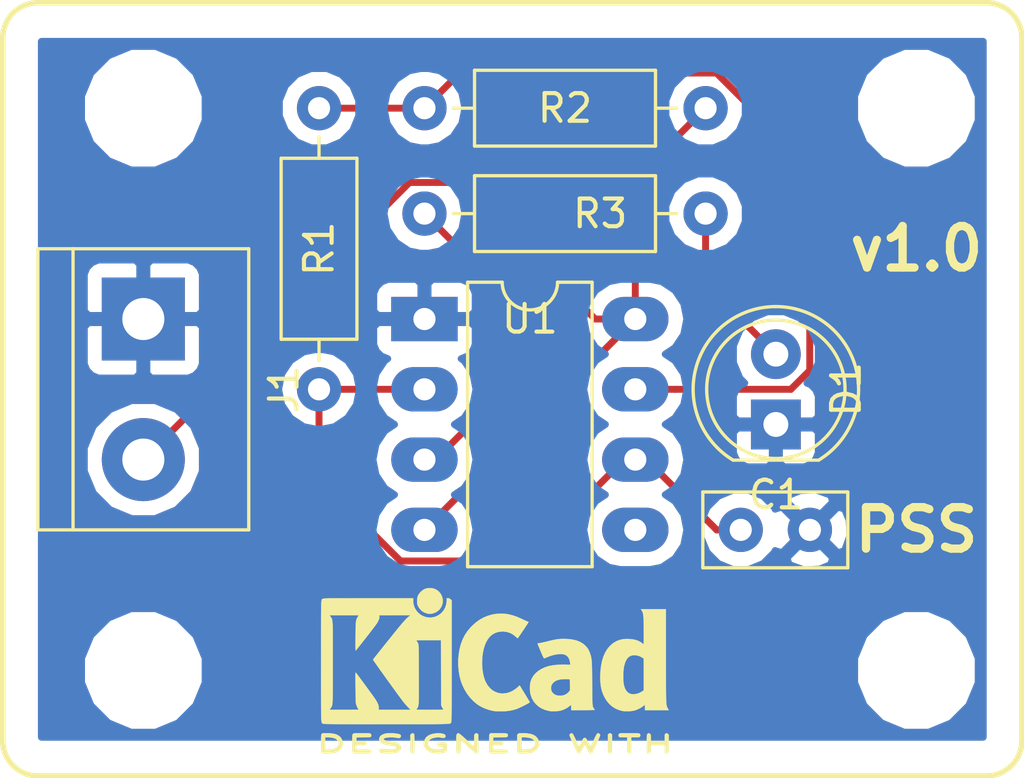
<source format=kicad_pcb>
(kicad_pcb (version 20171130) (host pcbnew 5.0.2-bee76a0~70~ubuntu18.04.1)

  (general
    (thickness 1.6)
    (drawings 10)
    (tracks 34)
    (zones 0)
    (modules 12)
    (nets 8)
  )

  (page A4)
  (layers
    (0 F.Cu signal)
    (31 B.Cu signal)
    (32 B.Adhes user)
    (33 F.Adhes user)
    (34 B.Paste user)
    (35 F.Paste user)
    (36 B.SilkS user)
    (37 F.SilkS user)
    (38 B.Mask user)
    (39 F.Mask user)
    (40 Dwgs.User user)
    (41 Cmts.User user)
    (42 Eco1.User user)
    (43 Eco2.User user)
    (44 Edge.Cuts user)
    (45 Margin user)
    (46 B.CrtYd user)
    (47 F.CrtYd user)
    (48 B.Fab user)
    (49 F.Fab user hide)
  )

  (setup
    (last_trace_width 0.25)
    (user_trace_width 0.5)
    (user_trace_width 1)
    (user_trace_width 2)
    (trace_clearance 0.2)
    (zone_clearance 0.508)
    (zone_45_only no)
    (trace_min 0.2)
    (segment_width 0.2)
    (edge_width 0.15)
    (via_size 0.8)
    (via_drill 0.4)
    (via_min_size 0.4)
    (via_min_drill 0.3)
    (uvia_size 0.3)
    (uvia_drill 0.1)
    (uvias_allowed no)
    (uvia_min_size 0.2)
    (uvia_min_drill 0.1)
    (pcb_text_width 0.3)
    (pcb_text_size 1.5 1.5)
    (mod_edge_width 0.15)
    (mod_text_size 1 1)
    (mod_text_width 0.15)
    (pad_size 1.524 1.524)
    (pad_drill 0.762)
    (pad_to_mask_clearance 0.051)
    (solder_mask_min_width 0.25)
    (aux_axis_origin 0 0)
    (visible_elements FFFFFF7F)
    (pcbplotparams
      (layerselection 0x010fc_ffffffff)
      (usegerberextensions false)
      (usegerberattributes false)
      (usegerberadvancedattributes false)
      (creategerberjobfile false)
      (excludeedgelayer true)
      (linewidth 0.100000)
      (plotframeref false)
      (viasonmask false)
      (mode 1)
      (useauxorigin false)
      (hpglpennumber 1)
      (hpglpenspeed 20)
      (hpglpendiameter 15.000000)
      (psnegative false)
      (psa4output false)
      (plotreference true)
      (plotvalue true)
      (plotinvisibletext false)
      (padsonsilk false)
      (subtractmaskfromsilk false)
      (outputformat 1)
      (mirror false)
      (drillshape 0)
      (scaleselection 1)
      (outputdirectory "Gerbers/"))
  )

  (net 0 "")
  (net 1 "Net-(C1-Pad1)")
  (net 2 GND)
  (net 3 "Net-(D1-Pad2)")
  (net 4 +9V)
  (net 5 1)
  (net 6 "Net-(R3-Pad2)")
  (net 7 "Net-(U1-Pad5)")

  (net_class Default "This is the default net class."
    (clearance 0.2)
    (trace_width 0.25)
    (via_dia 0.8)
    (via_drill 0.4)
    (uvia_dia 0.3)
    (uvia_drill 0.1)
    (add_net +9V)
    (add_net 1)
    (add_net GND)
    (add_net "Net-(C1-Pad1)")
    (add_net "Net-(D1-Pad2)")
    (add_net "Net-(R3-Pad2)")
    (add_net "Net-(U1-Pad5)")
  )

  (module Capacitor_THT:C_Disc_D5.0mm_W2.5mm_P2.50mm (layer F.Cu) (tedit 5AE50EF0) (tstamp 5FC78F3B)
    (at 152.4 90.17)
    (descr "C, Disc series, Radial, pin pitch=2.50mm, , diameter*width=5*2.5mm^2, Capacitor, http://cdn-reichelt.de/documents/datenblatt/B300/DS_KERKO_TC.pdf")
    (tags "C Disc series Radial pin pitch 2.50mm  diameter 5mm width 2.5mm Capacitor")
    (path /5FC64B4E)
    (fp_text reference C1 (at 1.27 -1.27) (layer F.SilkS)
      (effects (font (size 1 1) (thickness 0.15)))
    )
    (fp_text value 1uF (at 1.25 2.5) (layer F.Fab)
      (effects (font (size 1 1) (thickness 0.15)))
    )
    (fp_line (start -1.25 -1.25) (end -1.25 1.25) (layer F.Fab) (width 0.1))
    (fp_line (start -1.25 1.25) (end 3.75 1.25) (layer F.Fab) (width 0.1))
    (fp_line (start 3.75 1.25) (end 3.75 -1.25) (layer F.Fab) (width 0.1))
    (fp_line (start 3.75 -1.25) (end -1.25 -1.25) (layer F.Fab) (width 0.1))
    (fp_line (start -1.37 -1.37) (end 3.87 -1.37) (layer F.SilkS) (width 0.12))
    (fp_line (start -1.37 1.37) (end 3.87 1.37) (layer F.SilkS) (width 0.12))
    (fp_line (start -1.37 -1.37) (end -1.37 1.37) (layer F.SilkS) (width 0.12))
    (fp_line (start 3.87 -1.37) (end 3.87 1.37) (layer F.SilkS) (width 0.12))
    (fp_line (start -1.5 -1.5) (end -1.5 1.5) (layer F.CrtYd) (width 0.05))
    (fp_line (start -1.5 1.5) (end 4 1.5) (layer F.CrtYd) (width 0.05))
    (fp_line (start 4 1.5) (end 4 -1.5) (layer F.CrtYd) (width 0.05))
    (fp_line (start 4 -1.5) (end -1.5 -1.5) (layer F.CrtYd) (width 0.05))
    (fp_text user %R (at 1.25 0) (layer F.Fab)
      (effects (font (size 1 1) (thickness 0.15)))
    )
    (pad 1 thru_hole circle (at 0 0) (size 1.6 1.6) (drill 0.8) (layers *.Cu *.Mask)
      (net 1 "Net-(C1-Pad1)"))
    (pad 2 thru_hole circle (at 2.5 0) (size 1.6 1.6) (drill 0.8) (layers *.Cu *.Mask)
      (net 2 GND))
    (model ${KISYS3DMOD}/Capacitor_THT.3dshapes/C_Disc_D5.0mm_W2.5mm_P2.50mm.wrl
      (at (xyz 0 0 0))
      (scale (xyz 1 1 1))
      (rotate (xyz 0 0 0))
    )
  )

  (module LED_THT:LED_D5.0mm (layer F.Cu) (tedit 5995936A) (tstamp 5FC78F4D)
    (at 153.67 86.36 90)
    (descr "LED, diameter 5.0mm, 2 pins, http://cdn-reichelt.de/documents/datenblatt/A500/LL-504BC2E-009.pdf")
    (tags "LED diameter 5.0mm 2 pins")
    (path /5FC64A75)
    (fp_text reference D1 (at 1.27 2.54 90) (layer F.SilkS)
      (effects (font (size 1 1) (thickness 0.15)))
    )
    (fp_text value LED (at 1.27 3.96 90) (layer F.Fab)
      (effects (font (size 1 1) (thickness 0.15)))
    )
    (fp_arc (start 1.27 0) (end -1.23 -1.469694) (angle 299.1) (layer F.Fab) (width 0.1))
    (fp_arc (start 1.27 0) (end -1.29 -1.54483) (angle 148.9) (layer F.SilkS) (width 0.12))
    (fp_arc (start 1.27 0) (end -1.29 1.54483) (angle -148.9) (layer F.SilkS) (width 0.12))
    (fp_circle (center 1.27 0) (end 3.77 0) (layer F.Fab) (width 0.1))
    (fp_circle (center 1.27 0) (end 3.77 0) (layer F.SilkS) (width 0.12))
    (fp_line (start -1.23 -1.469694) (end -1.23 1.469694) (layer F.Fab) (width 0.1))
    (fp_line (start -1.29 -1.545) (end -1.29 1.545) (layer F.SilkS) (width 0.12))
    (fp_line (start -1.95 -3.25) (end -1.95 3.25) (layer F.CrtYd) (width 0.05))
    (fp_line (start -1.95 3.25) (end 4.5 3.25) (layer F.CrtYd) (width 0.05))
    (fp_line (start 4.5 3.25) (end 4.5 -3.25) (layer F.CrtYd) (width 0.05))
    (fp_line (start 4.5 -3.25) (end -1.95 -3.25) (layer F.CrtYd) (width 0.05))
    (fp_text user %R (at 1.25 0 90) (layer F.Fab)
      (effects (font (size 0.8 0.8) (thickness 0.2)))
    )
    (pad 1 thru_hole rect (at 0 0 90) (size 1.8 1.8) (drill 0.9) (layers *.Cu *.Mask)
      (net 2 GND))
    (pad 2 thru_hole circle (at 2.54 0 90) (size 1.8 1.8) (drill 0.9) (layers *.Cu *.Mask)
      (net 3 "Net-(D1-Pad2)"))
    (model ${KISYS3DMOD}/LED_THT.3dshapes/LED_D5.0mm.wrl
      (at (xyz 0 0 0))
      (scale (xyz 1 1 1))
      (rotate (xyz 0 0 0))
    )
  )

  (module TerminalBlock:TerminalBlock_bornier-2_P5.08mm (layer F.Cu) (tedit 59FF03AB) (tstamp 5FC78F62)
    (at 130.81 82.55 270)
    (descr "simple 2-pin terminal block, pitch 5.08mm, revamped version of bornier2")
    (tags "terminal block bornier2")
    (path /5FC65C32)
    (fp_text reference J1 (at 2.54 -5.08 270) (layer F.SilkS)
      (effects (font (size 1 1) (thickness 0.15)))
    )
    (fp_text value Screw_Terminal_01x02 (at 2.54 5.08 270) (layer F.Fab)
      (effects (font (size 1 1) (thickness 0.15)))
    )
    (fp_text user %R (at 2.54 0 270) (layer F.Fab)
      (effects (font (size 1 1) (thickness 0.15)))
    )
    (fp_line (start -2.41 2.55) (end 7.49 2.55) (layer F.Fab) (width 0.1))
    (fp_line (start -2.46 -3.75) (end -2.46 3.75) (layer F.Fab) (width 0.1))
    (fp_line (start -2.46 3.75) (end 7.54 3.75) (layer F.Fab) (width 0.1))
    (fp_line (start 7.54 3.75) (end 7.54 -3.75) (layer F.Fab) (width 0.1))
    (fp_line (start 7.54 -3.75) (end -2.46 -3.75) (layer F.Fab) (width 0.1))
    (fp_line (start 7.62 2.54) (end -2.54 2.54) (layer F.SilkS) (width 0.12))
    (fp_line (start 7.62 3.81) (end 7.62 -3.81) (layer F.SilkS) (width 0.12))
    (fp_line (start 7.62 -3.81) (end -2.54 -3.81) (layer F.SilkS) (width 0.12))
    (fp_line (start -2.54 -3.81) (end -2.54 3.81) (layer F.SilkS) (width 0.12))
    (fp_line (start -2.54 3.81) (end 7.62 3.81) (layer F.SilkS) (width 0.12))
    (fp_line (start -2.71 -4) (end 7.79 -4) (layer F.CrtYd) (width 0.05))
    (fp_line (start -2.71 -4) (end -2.71 4) (layer F.CrtYd) (width 0.05))
    (fp_line (start 7.79 4) (end 7.79 -4) (layer F.CrtYd) (width 0.05))
    (fp_line (start 7.79 4) (end -2.71 4) (layer F.CrtYd) (width 0.05))
    (pad 1 thru_hole rect (at 0 0 270) (size 3 3) (drill 1.52) (layers *.Cu *.Mask)
      (net 2 GND))
    (pad 2 thru_hole circle (at 5.08 0 270) (size 3 3) (drill 1.52) (layers *.Cu *.Mask)
      (net 4 +9V))
    (model ${KISYS3DMOD}/TerminalBlock.3dshapes/TerminalBlock_bornier-2_P5.08mm.wrl
      (offset (xyz 2.539999961853027 0 0))
      (scale (xyz 1 1 1))
      (rotate (xyz 0 0 0))
    )
  )

  (module Resistor_THT:R_Axial_DIN0207_L6.3mm_D2.5mm_P10.16mm_Horizontal (layer F.Cu) (tedit 5AE5139B) (tstamp 5FC78F79)
    (at 137.16 74.93 270)
    (descr "Resistor, Axial_DIN0207 series, Axial, Horizontal, pin pitch=10.16mm, 0.25W = 1/4W, length*diameter=6.3*2.5mm^2, http://cdn-reichelt.de/documents/datenblatt/B400/1_4W%23YAG.pdf")
    (tags "Resistor Axial_DIN0207 series Axial Horizontal pin pitch 10.16mm 0.25W = 1/4W length 6.3mm diameter 2.5mm")
    (path /5FC649ED)
    (fp_text reference R1 (at 5.08 0 270) (layer F.SilkS)
      (effects (font (size 1 1) (thickness 0.15)))
    )
    (fp_text value 470k (at 5.08 2.37 270) (layer F.Fab)
      (effects (font (size 1 1) (thickness 0.15)))
    )
    (fp_text user %R (at 5.08 0 270) (layer F.Fab)
      (effects (font (size 1 1) (thickness 0.15)))
    )
    (fp_line (start 11.21 -1.5) (end -1.05 -1.5) (layer F.CrtYd) (width 0.05))
    (fp_line (start 11.21 1.5) (end 11.21 -1.5) (layer F.CrtYd) (width 0.05))
    (fp_line (start -1.05 1.5) (end 11.21 1.5) (layer F.CrtYd) (width 0.05))
    (fp_line (start -1.05 -1.5) (end -1.05 1.5) (layer F.CrtYd) (width 0.05))
    (fp_line (start 9.12 0) (end 8.35 0) (layer F.SilkS) (width 0.12))
    (fp_line (start 1.04 0) (end 1.81 0) (layer F.SilkS) (width 0.12))
    (fp_line (start 8.35 -1.37) (end 1.81 -1.37) (layer F.SilkS) (width 0.12))
    (fp_line (start 8.35 1.37) (end 8.35 -1.37) (layer F.SilkS) (width 0.12))
    (fp_line (start 1.81 1.37) (end 8.35 1.37) (layer F.SilkS) (width 0.12))
    (fp_line (start 1.81 -1.37) (end 1.81 1.37) (layer F.SilkS) (width 0.12))
    (fp_line (start 10.16 0) (end 8.23 0) (layer F.Fab) (width 0.1))
    (fp_line (start 0 0) (end 1.93 0) (layer F.Fab) (width 0.1))
    (fp_line (start 8.23 -1.25) (end 1.93 -1.25) (layer F.Fab) (width 0.1))
    (fp_line (start 8.23 1.25) (end 8.23 -1.25) (layer F.Fab) (width 0.1))
    (fp_line (start 1.93 1.25) (end 8.23 1.25) (layer F.Fab) (width 0.1))
    (fp_line (start 1.93 -1.25) (end 1.93 1.25) (layer F.Fab) (width 0.1))
    (pad 2 thru_hole oval (at 10.16 0 270) (size 1.6 1.6) (drill 0.8) (layers *.Cu *.Mask)
      (net 1 "Net-(C1-Pad1)"))
    (pad 1 thru_hole circle (at 0 0 270) (size 1.6 1.6) (drill 0.8) (layers *.Cu *.Mask)
      (net 5 1))
    (model ${KISYS3DMOD}/Resistor_THT.3dshapes/R_Axial_DIN0207_L6.3mm_D2.5mm_P10.16mm_Horizontal.wrl
      (at (xyz 0 0 0))
      (scale (xyz 1 1 1))
      (rotate (xyz 0 0 0))
    )
  )

  (module Resistor_THT:R_Axial_DIN0207_L6.3mm_D2.5mm_P10.16mm_Horizontal (layer F.Cu) (tedit 5AE5139B) (tstamp 5FC78F90)
    (at 151.13 74.93 180)
    (descr "Resistor, Axial_DIN0207 series, Axial, Horizontal, pin pitch=10.16mm, 0.25W = 1/4W, length*diameter=6.3*2.5mm^2, http://cdn-reichelt.de/documents/datenblatt/B400/1_4W%23YAG.pdf")
    (tags "Resistor Axial_DIN0207 series Axial Horizontal pin pitch 10.16mm 0.25W = 1/4W length 6.3mm diameter 2.5mm")
    (path /5FC6467B)
    (fp_text reference R2 (at 5.08 0) (layer F.SilkS)
      (effects (font (size 1 1) (thickness 0.15)))
    )
    (fp_text value 1k (at 5.08 2.37 180) (layer F.Fab)
      (effects (font (size 1 1) (thickness 0.15)))
    )
    (fp_line (start 1.93 -1.25) (end 1.93 1.25) (layer F.Fab) (width 0.1))
    (fp_line (start 1.93 1.25) (end 8.23 1.25) (layer F.Fab) (width 0.1))
    (fp_line (start 8.23 1.25) (end 8.23 -1.25) (layer F.Fab) (width 0.1))
    (fp_line (start 8.23 -1.25) (end 1.93 -1.25) (layer F.Fab) (width 0.1))
    (fp_line (start 0 0) (end 1.93 0) (layer F.Fab) (width 0.1))
    (fp_line (start 10.16 0) (end 8.23 0) (layer F.Fab) (width 0.1))
    (fp_line (start 1.81 -1.37) (end 1.81 1.37) (layer F.SilkS) (width 0.12))
    (fp_line (start 1.81 1.37) (end 8.35 1.37) (layer F.SilkS) (width 0.12))
    (fp_line (start 8.35 1.37) (end 8.35 -1.37) (layer F.SilkS) (width 0.12))
    (fp_line (start 8.35 -1.37) (end 1.81 -1.37) (layer F.SilkS) (width 0.12))
    (fp_line (start 1.04 0) (end 1.81 0) (layer F.SilkS) (width 0.12))
    (fp_line (start 9.12 0) (end 8.35 0) (layer F.SilkS) (width 0.12))
    (fp_line (start -1.05 -1.5) (end -1.05 1.5) (layer F.CrtYd) (width 0.05))
    (fp_line (start -1.05 1.5) (end 11.21 1.5) (layer F.CrtYd) (width 0.05))
    (fp_line (start 11.21 1.5) (end 11.21 -1.5) (layer F.CrtYd) (width 0.05))
    (fp_line (start 11.21 -1.5) (end -1.05 -1.5) (layer F.CrtYd) (width 0.05))
    (fp_text user %R (at 5.08 0 180) (layer F.Fab)
      (effects (font (size 1 1) (thickness 0.15)))
    )
    (pad 1 thru_hole circle (at 0 0 180) (size 1.6 1.6) (drill 0.8) (layers *.Cu *.Mask)
      (net 4 +9V))
    (pad 2 thru_hole oval (at 10.16 0 180) (size 1.6 1.6) (drill 0.8) (layers *.Cu *.Mask)
      (net 5 1))
    (model ${KISYS3DMOD}/Resistor_THT.3dshapes/R_Axial_DIN0207_L6.3mm_D2.5mm_P10.16mm_Horizontal.wrl
      (at (xyz 0 0 0))
      (scale (xyz 1 1 1))
      (rotate (xyz 0 0 0))
    )
  )

  (module Resistor_THT:R_Axial_DIN0207_L6.3mm_D2.5mm_P10.16mm_Horizontal (layer F.Cu) (tedit 5AE5139B) (tstamp 5FC78FA7)
    (at 151.13 78.74 180)
    (descr "Resistor, Axial_DIN0207 series, Axial, Horizontal, pin pitch=10.16mm, 0.25W = 1/4W, length*diameter=6.3*2.5mm^2, http://cdn-reichelt.de/documents/datenblatt/B400/1_4W%23YAG.pdf")
    (tags "Resistor Axial_DIN0207 series Axial Horizontal pin pitch 10.16mm 0.25W = 1/4W length 6.3mm diameter 2.5mm")
    (path /5FC64A13)
    (fp_text reference R3 (at 3.81 0 180) (layer F.SilkS)
      (effects (font (size 1 1) (thickness 0.15)))
    )
    (fp_text value 1k (at 5.08 2.37 180) (layer F.Fab)
      (effects (font (size 1 1) (thickness 0.15)))
    )
    (fp_line (start 1.93 -1.25) (end 1.93 1.25) (layer F.Fab) (width 0.1))
    (fp_line (start 1.93 1.25) (end 8.23 1.25) (layer F.Fab) (width 0.1))
    (fp_line (start 8.23 1.25) (end 8.23 -1.25) (layer F.Fab) (width 0.1))
    (fp_line (start 8.23 -1.25) (end 1.93 -1.25) (layer F.Fab) (width 0.1))
    (fp_line (start 0 0) (end 1.93 0) (layer F.Fab) (width 0.1))
    (fp_line (start 10.16 0) (end 8.23 0) (layer F.Fab) (width 0.1))
    (fp_line (start 1.81 -1.37) (end 1.81 1.37) (layer F.SilkS) (width 0.12))
    (fp_line (start 1.81 1.37) (end 8.35 1.37) (layer F.SilkS) (width 0.12))
    (fp_line (start 8.35 1.37) (end 8.35 -1.37) (layer F.SilkS) (width 0.12))
    (fp_line (start 8.35 -1.37) (end 1.81 -1.37) (layer F.SilkS) (width 0.12))
    (fp_line (start 1.04 0) (end 1.81 0) (layer F.SilkS) (width 0.12))
    (fp_line (start 9.12 0) (end 8.35 0) (layer F.SilkS) (width 0.12))
    (fp_line (start -1.05 -1.5) (end -1.05 1.5) (layer F.CrtYd) (width 0.05))
    (fp_line (start -1.05 1.5) (end 11.21 1.5) (layer F.CrtYd) (width 0.05))
    (fp_line (start 11.21 1.5) (end 11.21 -1.5) (layer F.CrtYd) (width 0.05))
    (fp_line (start 11.21 -1.5) (end -1.05 -1.5) (layer F.CrtYd) (width 0.05))
    (fp_text user %R (at 5.08 0 180) (layer F.Fab)
      (effects (font (size 1 1) (thickness 0.15)))
    )
    (pad 1 thru_hole circle (at 0 0 180) (size 1.6 1.6) (drill 0.8) (layers *.Cu *.Mask)
      (net 3 "Net-(D1-Pad2)"))
    (pad 2 thru_hole oval (at 10.16 0 180) (size 1.6 1.6) (drill 0.8) (layers *.Cu *.Mask)
      (net 6 "Net-(R3-Pad2)"))
    (model ${KISYS3DMOD}/Resistor_THT.3dshapes/R_Axial_DIN0207_L6.3mm_D2.5mm_P10.16mm_Horizontal.wrl
      (at (xyz 0 0 0))
      (scale (xyz 1 1 1))
      (rotate (xyz 0 0 0))
    )
  )

  (module Package_DIP:DIP-8_W7.62mm_LongPads (layer F.Cu) (tedit 5A02E8C5) (tstamp 5FC78FC3)
    (at 140.97 82.55)
    (descr "8-lead though-hole mounted DIP package, row spacing 7.62 mm (300 mils), LongPads")
    (tags "THT DIP DIL PDIP 2.54mm 7.62mm 300mil LongPads")
    (path /5FC644BB)
    (fp_text reference U1 (at 3.81 0) (layer F.SilkS)
      (effects (font (size 1 1) (thickness 0.15)))
    )
    (fp_text value LM555 (at 3.81 9.95) (layer F.Fab)
      (effects (font (size 1 1) (thickness 0.15)))
    )
    (fp_arc (start 3.81 -1.33) (end 2.81 -1.33) (angle -180) (layer F.SilkS) (width 0.12))
    (fp_line (start 1.635 -1.27) (end 6.985 -1.27) (layer F.Fab) (width 0.1))
    (fp_line (start 6.985 -1.27) (end 6.985 8.89) (layer F.Fab) (width 0.1))
    (fp_line (start 6.985 8.89) (end 0.635 8.89) (layer F.Fab) (width 0.1))
    (fp_line (start 0.635 8.89) (end 0.635 -0.27) (layer F.Fab) (width 0.1))
    (fp_line (start 0.635 -0.27) (end 1.635 -1.27) (layer F.Fab) (width 0.1))
    (fp_line (start 2.81 -1.33) (end 1.56 -1.33) (layer F.SilkS) (width 0.12))
    (fp_line (start 1.56 -1.33) (end 1.56 8.95) (layer F.SilkS) (width 0.12))
    (fp_line (start 1.56 8.95) (end 6.06 8.95) (layer F.SilkS) (width 0.12))
    (fp_line (start 6.06 8.95) (end 6.06 -1.33) (layer F.SilkS) (width 0.12))
    (fp_line (start 6.06 -1.33) (end 4.81 -1.33) (layer F.SilkS) (width 0.12))
    (fp_line (start -1.45 -1.55) (end -1.45 9.15) (layer F.CrtYd) (width 0.05))
    (fp_line (start -1.45 9.15) (end 9.1 9.15) (layer F.CrtYd) (width 0.05))
    (fp_line (start 9.1 9.15) (end 9.1 -1.55) (layer F.CrtYd) (width 0.05))
    (fp_line (start 9.1 -1.55) (end -1.45 -1.55) (layer F.CrtYd) (width 0.05))
    (fp_text user %R (at 3.81 3.81) (layer F.Fab)
      (effects (font (size 1 1) (thickness 0.15)))
    )
    (pad 1 thru_hole rect (at 0 0) (size 2.4 1.6) (drill 0.8) (layers *.Cu *.Mask)
      (net 2 GND))
    (pad 5 thru_hole oval (at 7.62 7.62) (size 2.4 1.6) (drill 0.8) (layers *.Cu *.Mask)
      (net 7 "Net-(U1-Pad5)"))
    (pad 2 thru_hole oval (at 0 2.54) (size 2.4 1.6) (drill 0.8) (layers *.Cu *.Mask)
      (net 1 "Net-(C1-Pad1)"))
    (pad 6 thru_hole oval (at 7.62 5.08) (size 2.4 1.6) (drill 0.8) (layers *.Cu *.Mask)
      (net 1 "Net-(C1-Pad1)"))
    (pad 3 thru_hole oval (at 0 5.08) (size 2.4 1.6) (drill 0.8) (layers *.Cu *.Mask)
      (net 6 "Net-(R3-Pad2)"))
    (pad 7 thru_hole oval (at 7.62 2.54) (size 2.4 1.6) (drill 0.8) (layers *.Cu *.Mask)
      (net 5 1))
    (pad 4 thru_hole oval (at 0 7.62) (size 2.4 1.6) (drill 0.8) (layers *.Cu *.Mask)
      (net 4 +9V))
    (pad 8 thru_hole oval (at 7.62 0) (size 2.4 1.6) (drill 0.8) (layers *.Cu *.Mask)
      (net 4 +9V))
    (model ${KISYS3DMOD}/Package_DIP.3dshapes/DIP-8_W7.62mm.wrl
      (at (xyz 0 0 0))
      (scale (xyz 1 1 1))
      (rotate (xyz 0 0 0))
    )
  )

  (module MountingHole:MountingHole_3.2mm_M3 (layer F.Cu) (tedit 5FC7DDCA) (tstamp 5FD445E6)
    (at 130.81 74.93)
    (descr "Mounting Hole 3.2mm, no annular, M3")
    (tags "mounting hole 3.2mm no annular m3")
    (attr virtual)
    (fp_text reference REF** (at 0 -4.2) (layer F.SilkS) hide
      (effects (font (size 1 1) (thickness 0.15)))
    )
    (fp_text value MountingHole_3.2mm_M3 (at 0 4.2) (layer F.Fab)
      (effects (font (size 1 1) (thickness 0.15)))
    )
    (fp_circle (center 0 0) (end 3.45 0) (layer F.CrtYd) (width 0.05))
    (fp_circle (center 0 0) (end 3.2 0) (layer Cmts.User) (width 0.15))
    (fp_text user %R (at 0.3 0) (layer F.Fab)
      (effects (font (size 1 1) (thickness 0.15)))
    )
    (pad 1 np_thru_hole circle (at 0 0) (size 3.2 3.2) (drill 3.2) (layers *.Cu *.Mask))
  )

  (module MountingHole:MountingHole_3.2mm_M3 (layer F.Cu) (tedit 5FC7DDD0) (tstamp 5FD4460C)
    (at 130.81 95.25)
    (descr "Mounting Hole 3.2mm, no annular, M3")
    (tags "mounting hole 3.2mm no annular m3")
    (attr virtual)
    (fp_text reference REF** (at 0 -4.2) (layer F.SilkS) hide
      (effects (font (size 1 1) (thickness 0.15)))
    )
    (fp_text value MountingHole_3.2mm_M3 (at 0 4.2) (layer F.Fab)
      (effects (font (size 1 1) (thickness 0.15)))
    )
    (fp_circle (center 0 0) (end 3.45 0) (layer F.CrtYd) (width 0.05))
    (fp_circle (center 0 0) (end 3.2 0) (layer Cmts.User) (width 0.15))
    (fp_text user %R (at 0.3 0) (layer F.Fab)
      (effects (font (size 1 1) (thickness 0.15)))
    )
    (pad 1 np_thru_hole circle (at 0 0) (size 3.2 3.2) (drill 3.2) (layers *.Cu *.Mask))
  )

  (module MountingHole:MountingHole_3.2mm_M3 (layer F.Cu) (tedit 5FC7DDD5) (tstamp 5FD4461B)
    (at 158.75 95.25)
    (descr "Mounting Hole 3.2mm, no annular, M3")
    (tags "mounting hole 3.2mm no annular m3")
    (attr virtual)
    (fp_text reference REF** (at 0 -4.2) (layer F.SilkS) hide
      (effects (font (size 1 1) (thickness 0.15)))
    )
    (fp_text value MountingHole_3.2mm_M3 (at 0 4.2) (layer F.Fab)
      (effects (font (size 1 1) (thickness 0.15)))
    )
    (fp_circle (center 0 0) (end 3.45 0) (layer F.CrtYd) (width 0.05))
    (fp_circle (center 0 0) (end 3.2 0) (layer Cmts.User) (width 0.15))
    (fp_text user %R (at 0.3 0) (layer F.Fab)
      (effects (font (size 1 1) (thickness 0.15)))
    )
    (pad 1 np_thru_hole circle (at 0 0) (size 3.2 3.2) (drill 3.2) (layers *.Cu *.Mask))
  )

  (module MountingHole:MountingHole_3.2mm_M3 (layer F.Cu) (tedit 5FC7DDDB) (tstamp 5FD4462A)
    (at 158.75 74.93)
    (descr "Mounting Hole 3.2mm, no annular, M3")
    (tags "mounting hole 3.2mm no annular m3")
    (attr virtual)
    (fp_text reference REF** (at 0 -4.2) (layer F.SilkS) hide
      (effects (font (size 1 1) (thickness 0.15)))
    )
    (fp_text value MountingHole_3.2mm_M3 (at 0 4.2) (layer F.Fab)
      (effects (font (size 1 1) (thickness 0.15)))
    )
    (fp_circle (center 0 0) (end 3.45 0) (layer F.CrtYd) (width 0.05))
    (fp_circle (center 0 0) (end 3.2 0) (layer Cmts.User) (width 0.15))
    (fp_text user %R (at 0.3 0) (layer F.Fab)
      (effects (font (size 1 1) (thickness 0.15)))
    )
    (pad 1 np_thru_hole circle (at 0 0) (size 3.2 3.2) (drill 3.2) (layers *.Cu *.Mask))
  )

  (module Symbol:KiCad-Logo2_6mm_SilkScreen (layer F.Cu) (tedit 0) (tstamp 5FD4FE47)
    (at 143.51 95.25)
    (descr "KiCad Logo")
    (tags "Logo KiCad")
    (attr virtual)
    (fp_text reference REF** (at 0 0) (layer F.SilkS) hide
      (effects (font (size 1 1) (thickness 0.15)))
    )
    (fp_text value KiCad-Logo2_6mm_SilkScreen (at 0.75 0) (layer F.Fab) hide
      (effects (font (size 1 1) (thickness 0.15)))
    )
    (fp_poly (pts (xy -2.273043 -2.973429) (xy -2.176768 -2.949191) (xy -2.090184 -2.906359) (xy -2.015373 -2.846581)
      (xy -1.954418 -2.771506) (xy -1.909399 -2.68278) (xy -1.883136 -2.58647) (xy -1.877286 -2.489205)
      (xy -1.89214 -2.395346) (xy -1.92584 -2.307489) (xy -1.976528 -2.22823) (xy -2.042345 -2.160164)
      (xy -2.121434 -2.105888) (xy -2.211934 -2.067998) (xy -2.2632 -2.055574) (xy -2.307698 -2.048053)
      (xy -2.341999 -2.045081) (xy -2.37496 -2.046906) (xy -2.415434 -2.053775) (xy -2.448531 -2.06075)
      (xy -2.541947 -2.092259) (xy -2.625619 -2.143383) (xy -2.697665 -2.212571) (xy -2.7562 -2.298272)
      (xy -2.770148 -2.325511) (xy -2.786586 -2.361878) (xy -2.796894 -2.392418) (xy -2.80246 -2.42455)
      (xy -2.804669 -2.465693) (xy -2.804948 -2.511778) (xy -2.800861 -2.596135) (xy -2.787446 -2.665414)
      (xy -2.762256 -2.726039) (xy -2.722846 -2.784433) (xy -2.684298 -2.828698) (xy -2.612406 -2.894516)
      (xy -2.537313 -2.939947) (xy -2.454562 -2.96715) (xy -2.376928 -2.977424) (xy -2.273043 -2.973429)) (layer F.SilkS) (width 0.01))
    (fp_poly (pts (xy 6.186507 -0.527755) (xy 6.186526 -0.293338) (xy 6.186552 -0.080397) (xy 6.186625 0.112168)
      (xy 6.186782 0.285459) (xy 6.187064 0.440576) (xy 6.187509 0.57862) (xy 6.188156 0.700692)
      (xy 6.189045 0.807894) (xy 6.190213 0.901326) (xy 6.191701 0.98209) (xy 6.193546 1.051286)
      (xy 6.195789 1.110015) (xy 6.198469 1.159379) (xy 6.201623 1.200478) (xy 6.205292 1.234413)
      (xy 6.209513 1.262286) (xy 6.214327 1.285198) (xy 6.219773 1.304249) (xy 6.225888 1.32054)
      (xy 6.232712 1.335173) (xy 6.240285 1.349249) (xy 6.248645 1.363868) (xy 6.253839 1.372974)
      (xy 6.288104 1.433689) (xy 5.429955 1.433689) (xy 5.429955 1.337733) (xy 5.429224 1.29437)
      (xy 5.427272 1.261205) (xy 5.424463 1.243424) (xy 5.423221 1.241778) (xy 5.411799 1.248662)
      (xy 5.389084 1.266505) (xy 5.366385 1.285879) (xy 5.3118 1.326614) (xy 5.242321 1.367617)
      (xy 5.16527 1.405123) (xy 5.087965 1.435364) (xy 5.057113 1.445012) (xy 4.988616 1.459578)
      (xy 4.905764 1.469539) (xy 4.816371 1.474583) (xy 4.728248 1.474396) (xy 4.649207 1.468666)
      (xy 4.611511 1.462858) (xy 4.473414 1.424797) (xy 4.346113 1.367073) (xy 4.230292 1.290211)
      (xy 4.126637 1.194739) (xy 4.035833 1.081179) (xy 3.969031 0.970381) (xy 3.914164 0.853625)
      (xy 3.872163 0.734276) (xy 3.842167 0.608283) (xy 3.823311 0.471594) (xy 3.814732 0.320158)
      (xy 3.814006 0.242711) (xy 3.8161 0.185934) (xy 4.645217 0.185934) (xy 4.645424 0.279002)
      (xy 4.648337 0.366692) (xy 4.654 0.443772) (xy 4.662455 0.505009) (xy 4.665038 0.51735)
      (xy 4.69684 0.624633) (xy 4.738498 0.711658) (xy 4.790363 0.778642) (xy 4.852781 0.825805)
      (xy 4.9261 0.853365) (xy 5.010669 0.861541) (xy 5.106835 0.850551) (xy 5.170311 0.834829)
      (xy 5.219454 0.816639) (xy 5.273583 0.790791) (xy 5.314244 0.767089) (xy 5.3848 0.720721)
      (xy 5.3848 -0.42947) (xy 5.317392 -0.473038) (xy 5.238867 -0.51396) (xy 5.154681 -0.540611)
      (xy 5.069557 -0.552535) (xy 4.988216 -0.549278) (xy 4.91538 -0.530385) (xy 4.883426 -0.514816)
      (xy 4.825501 -0.471819) (xy 4.776544 -0.415047) (xy 4.73539 -0.342425) (xy 4.700874 -0.251879)
      (xy 4.671833 -0.141334) (xy 4.670552 -0.135467) (xy 4.660381 -0.073212) (xy 4.652739 0.004594)
      (xy 4.64767 0.09272) (xy 4.645217 0.185934) (xy 3.8161 0.185934) (xy 3.821857 0.029895)
      (xy 3.843802 -0.165941) (xy 3.879786 -0.344668) (xy 3.929759 -0.506155) (xy 3.993668 -0.650274)
      (xy 4.071462 -0.776894) (xy 4.163089 -0.885885) (xy 4.268497 -0.977117) (xy 4.313662 -1.008068)
      (xy 4.414611 -1.064215) (xy 4.517901 -1.103826) (xy 4.627989 -1.127986) (xy 4.74933 -1.137781)
      (xy 4.841836 -1.136735) (xy 4.97149 -1.125769) (xy 5.084084 -1.103954) (xy 5.182875 -1.070286)
      (xy 5.271121 -1.023764) (xy 5.319986 -0.989552) (xy 5.349353 -0.967638) (xy 5.371043 -0.952667)
      (xy 5.379253 -0.948267) (xy 5.380868 -0.959096) (xy 5.382159 -0.989749) (xy 5.383138 -1.037474)
      (xy 5.383817 -1.099521) (xy 5.38421 -1.173138) (xy 5.38433 -1.255573) (xy 5.384188 -1.344075)
      (xy 5.383797 -1.435893) (xy 5.383171 -1.528276) (xy 5.38232 -1.618472) (xy 5.38126 -1.703729)
      (xy 5.380001 -1.781297) (xy 5.378556 -1.848424) (xy 5.376938 -1.902359) (xy 5.375161 -1.94035)
      (xy 5.374669 -1.947333) (xy 5.367092 -2.017749) (xy 5.355531 -2.072898) (xy 5.337792 -2.120019)
      (xy 5.311682 -2.166353) (xy 5.305415 -2.175933) (xy 5.280983 -2.212622) (xy 6.186311 -2.212622)
      (xy 6.186507 -0.527755)) (layer F.SilkS) (width 0.01))
    (fp_poly (pts (xy 2.673574 -1.133448) (xy 2.825492 -1.113433) (xy 2.960756 -1.079798) (xy 3.080239 -1.032275)
      (xy 3.184815 -0.970595) (xy 3.262424 -0.907035) (xy 3.331265 -0.832901) (xy 3.385006 -0.753129)
      (xy 3.42791 -0.660909) (xy 3.443384 -0.617839) (xy 3.456244 -0.578858) (xy 3.467446 -0.542711)
      (xy 3.47712 -0.507566) (xy 3.485396 -0.47159) (xy 3.492403 -0.43295) (xy 3.498272 -0.389815)
      (xy 3.503131 -0.340351) (xy 3.50711 -0.282727) (xy 3.51034 -0.215109) (xy 3.512949 -0.135666)
      (xy 3.515067 -0.042564) (xy 3.516824 0.066027) (xy 3.518349 0.191942) (xy 3.519772 0.337012)
      (xy 3.521025 0.479778) (xy 3.522351 0.635968) (xy 3.523556 0.771239) (xy 3.524766 0.887246)
      (xy 3.526106 0.985645) (xy 3.5277 1.068093) (xy 3.529675 1.136246) (xy 3.532156 1.19176)
      (xy 3.535269 1.236292) (xy 3.539138 1.271498) (xy 3.543889 1.299034) (xy 3.549648 1.320556)
      (xy 3.556539 1.337722) (xy 3.564689 1.352186) (xy 3.574223 1.365606) (xy 3.585266 1.379638)
      (xy 3.589566 1.385071) (xy 3.605386 1.40791) (xy 3.612422 1.423463) (xy 3.612444 1.423922)
      (xy 3.601567 1.426121) (xy 3.570582 1.428147) (xy 3.521957 1.429942) (xy 3.458163 1.431451)
      (xy 3.381669 1.432616) (xy 3.294944 1.43338) (xy 3.200457 1.433686) (xy 3.18955 1.433689)
      (xy 2.766657 1.433689) (xy 2.763395 1.337622) (xy 2.760133 1.241556) (xy 2.698044 1.292543)
      (xy 2.600714 1.360057) (xy 2.490813 1.414749) (xy 2.404349 1.444978) (xy 2.335278 1.459666)
      (xy 2.251925 1.469659) (xy 2.162159 1.474646) (xy 2.073845 1.474313) (xy 1.994851 1.468351)
      (xy 1.958622 1.462638) (xy 1.818603 1.424776) (xy 1.692178 1.369932) (xy 1.58026 1.298924)
      (xy 1.483762 1.212568) (xy 1.4036 1.111679) (xy 1.340687 0.997076) (xy 1.296312 0.870984)
      (xy 1.283978 0.814401) (xy 1.276368 0.752202) (xy 1.272739 0.677363) (xy 1.272245 0.643467)
      (xy 1.27231 0.640282) (xy 2.032248 0.640282) (xy 2.041541 0.715333) (xy 2.069728 0.77916)
      (xy 2.118197 0.834798) (xy 2.123254 0.839211) (xy 2.171548 0.874037) (xy 2.223257 0.89662)
      (xy 2.283989 0.90854) (xy 2.359352 0.911383) (xy 2.377459 0.910978) (xy 2.431278 0.908325)
      (xy 2.471308 0.902909) (xy 2.506324 0.892745) (xy 2.545103 0.87585) (xy 2.555745 0.870672)
      (xy 2.616396 0.834844) (xy 2.663215 0.792212) (xy 2.675952 0.776973) (xy 2.720622 0.720462)
      (xy 2.720622 0.524586) (xy 2.720086 0.445939) (xy 2.718396 0.387988) (xy 2.715428 0.348875)
      (xy 2.711057 0.326741) (xy 2.706972 0.320274) (xy 2.691047 0.317111) (xy 2.657264 0.314488)
      (xy 2.61034 0.312655) (xy 2.554993 0.311857) (xy 2.546106 0.311842) (xy 2.42533 0.317096)
      (xy 2.32266 0.333263) (xy 2.236106 0.360961) (xy 2.163681 0.400808) (xy 2.108751 0.447758)
      (xy 2.064204 0.505645) (xy 2.03948 0.568693) (xy 2.032248 0.640282) (xy 1.27231 0.640282)
      (xy 1.274178 0.549712) (xy 1.282522 0.470812) (xy 1.298768 0.39959) (xy 1.324405 0.328864)
      (xy 1.348401 0.276493) (xy 1.40702 0.181196) (xy 1.485117 0.09317) (xy 1.580315 0.014017)
      (xy 1.690238 -0.05466) (xy 1.81251 -0.111259) (xy 1.944755 -0.154179) (xy 2.009422 -0.169118)
      (xy 2.145604 -0.191223) (xy 2.294049 -0.205806) (xy 2.445505 -0.212187) (xy 2.572064 -0.210555)
      (xy 2.73395 -0.203776) (xy 2.72653 -0.262755) (xy 2.707238 -0.361908) (xy 2.676104 -0.442628)
      (xy 2.632269 -0.505534) (xy 2.574871 -0.551244) (xy 2.503048 -0.580378) (xy 2.415941 -0.593553)
      (xy 2.312686 -0.591389) (xy 2.274711 -0.587388) (xy 2.13352 -0.56222) (xy 1.996707 -0.521186)
      (xy 1.902178 -0.483185) (xy 1.857018 -0.46381) (xy 1.818585 -0.44824) (xy 1.792234 -0.438595)
      (xy 1.784546 -0.436548) (xy 1.774802 -0.445626) (xy 1.758083 -0.474595) (xy 1.734232 -0.523783)
      (xy 1.703093 -0.593516) (xy 1.664507 -0.684121) (xy 1.65791 -0.699911) (xy 1.627853 -0.772228)
      (xy 1.600874 -0.837575) (xy 1.578136 -0.893094) (xy 1.560806 -0.935928) (xy 1.550048 -0.963219)
      (xy 1.546941 -0.972058) (xy 1.55694 -0.976813) (xy 1.583217 -0.98209) (xy 1.611489 -0.985769)
      (xy 1.641646 -0.990526) (xy 1.689433 -0.999972) (xy 1.750612 -1.01318) (xy 1.820946 -1.029224)
      (xy 1.896194 -1.04718) (xy 1.924755 -1.054203) (xy 2.029816 -1.079791) (xy 2.11748 -1.099853)
      (xy 2.192068 -1.115031) (xy 2.257903 -1.125965) (xy 2.319307 -1.133296) (xy 2.380602 -1.137665)
      (xy 2.44611 -1.139713) (xy 2.504128 -1.140111) (xy 2.673574 -1.133448)) (layer F.SilkS) (width 0.01))
    (fp_poly (pts (xy 0.328429 -2.050929) (xy 0.48857 -2.029755) (xy 0.65251 -1.989615) (xy 0.822313 -1.930111)
      (xy 1.000043 -1.850846) (xy 1.01131 -1.845301) (xy 1.069005 -1.817275) (xy 1.120552 -1.793198)
      (xy 1.162191 -1.774751) (xy 1.190162 -1.763614) (xy 1.199733 -1.761067) (xy 1.21895 -1.756059)
      (xy 1.223561 -1.751853) (xy 1.218458 -1.74142) (xy 1.202418 -1.715132) (xy 1.177288 -1.675743)
      (xy 1.144914 -1.626009) (xy 1.107143 -1.568685) (xy 1.065822 -1.506524) (xy 1.022798 -1.442282)
      (xy 0.979917 -1.378715) (xy 0.939026 -1.318575) (xy 0.901971 -1.26462) (xy 0.8706 -1.219603)
      (xy 0.846759 -1.186279) (xy 0.832294 -1.167403) (xy 0.830309 -1.165213) (xy 0.820191 -1.169862)
      (xy 0.79785 -1.187038) (xy 0.76728 -1.21356) (xy 0.751536 -1.228036) (xy 0.655047 -1.303318)
      (xy 0.548336 -1.358759) (xy 0.432832 -1.393859) (xy 0.309962 -1.40812) (xy 0.240561 -1.406949)
      (xy 0.119423 -1.389788) (xy 0.010205 -1.353906) (xy -0.087418 -1.299041) (xy -0.173772 -1.22493)
      (xy -0.249185 -1.131312) (xy -0.313982 -1.017924) (xy -0.351399 -0.931333) (xy -0.395252 -0.795634)
      (xy -0.427572 -0.64815) (xy -0.448443 -0.492686) (xy -0.457949 -0.333044) (xy -0.456173 -0.173027)
      (xy -0.443197 -0.016439) (xy -0.419106 0.132918) (xy -0.383982 0.27124) (xy -0.337908 0.394724)
      (xy -0.321627 0.428978) (xy -0.25338 0.543064) (xy -0.172921 0.639557) (xy -0.08143 0.71767)
      (xy 0.019911 0.776617) (xy 0.12992 0.815612) (xy 0.247415 0.833868) (xy 0.288883 0.835211)
      (xy 0.410441 0.82429) (xy 0.530878 0.791474) (xy 0.648666 0.737439) (xy 0.762277 0.662865)
      (xy 0.853685 0.584539) (xy 0.900215 0.540008) (xy 1.081483 0.837271) (xy 1.12658 0.911433)
      (xy 1.167819 0.979646) (xy 1.203735 1.039459) (xy 1.232866 1.08842) (xy 1.25375 1.124079)
      (xy 1.264924 1.143984) (xy 1.266375 1.147079) (xy 1.258146 1.156718) (xy 1.232567 1.173999)
      (xy 1.192873 1.197283) (xy 1.142297 1.224934) (xy 1.084074 1.255315) (xy 1.021437 1.28679)
      (xy 0.957621 1.317722) (xy 0.89586 1.346473) (xy 0.839388 1.371408) (xy 0.791438 1.390889)
      (xy 0.767986 1.399318) (xy 0.634221 1.437133) (xy 0.496327 1.462136) (xy 0.348622 1.47514)
      (xy 0.221833 1.477468) (xy 0.153878 1.476373) (xy 0.088277 1.474275) (xy 0.030847 1.471434)
      (xy -0.012597 1.468106) (xy -0.026702 1.466422) (xy -0.165716 1.437587) (xy -0.307243 1.392468)
      (xy -0.444725 1.33375) (xy -0.571606 1.26412) (xy -0.649111 1.211441) (xy -0.776519 1.103239)
      (xy -0.894822 0.976671) (xy -1.001828 0.834866) (xy -1.095348 0.680951) (xy -1.17319 0.518053)
      (xy -1.217044 0.400756) (xy -1.267292 0.217128) (xy -1.300791 0.022581) (xy -1.317551 -0.178675)
      (xy -1.317584 -0.382432) (xy -1.300899 -0.584479) (xy -1.267507 -0.780608) (xy -1.21742 -0.966609)
      (xy -1.213603 -0.978197) (xy -1.150719 -1.14025) (xy -1.073972 -1.288168) (xy -0.980758 -1.426135)
      (xy -0.868473 -1.558339) (xy -0.824608 -1.603601) (xy -0.688466 -1.727543) (xy -0.548509 -1.830085)
      (xy -0.402589 -1.912344) (xy -0.248558 -1.975436) (xy -0.084268 -2.020477) (xy 0.011289 -2.037967)
      (xy 0.170023 -2.053534) (xy 0.328429 -2.050929)) (layer F.SilkS) (width 0.01))
    (fp_poly (pts (xy -2.9464 -2.510946) (xy -2.935535 -2.397007) (xy -2.903918 -2.289384) (xy -2.853015 -2.190385)
      (xy -2.784293 -2.102316) (xy -2.699219 -2.027484) (xy -2.602232 -1.969616) (xy -2.495964 -1.929995)
      (xy -2.38895 -1.911427) (xy -2.2833 -1.912566) (xy -2.181125 -1.93207) (xy -2.084534 -1.968594)
      (xy -1.995638 -2.020795) (xy -1.916546 -2.087327) (xy -1.849369 -2.166848) (xy -1.796217 -2.258013)
      (xy -1.759199 -2.359477) (xy -1.740427 -2.469898) (xy -1.738489 -2.519794) (xy -1.738489 -2.607733)
      (xy -1.68656 -2.607733) (xy -1.650253 -2.604889) (xy -1.623355 -2.593089) (xy -1.596249 -2.569351)
      (xy -1.557867 -2.530969) (xy -1.557867 -0.339398) (xy -1.557876 -0.077261) (xy -1.557908 0.163241)
      (xy -1.557972 0.383048) (xy -1.558076 0.583101) (xy -1.558227 0.764344) (xy -1.558434 0.927716)
      (xy -1.558706 1.07416) (xy -1.55905 1.204617) (xy -1.559474 1.320029) (xy -1.559987 1.421338)
      (xy -1.560597 1.509484) (xy -1.561312 1.58541) (xy -1.56214 1.650057) (xy -1.563089 1.704367)
      (xy -1.564167 1.74928) (xy -1.565383 1.78574) (xy -1.566745 1.814687) (xy -1.568261 1.837063)
      (xy -1.569938 1.853809) (xy -1.571786 1.865868) (xy -1.573813 1.87418) (xy -1.576025 1.879687)
      (xy -1.577108 1.881537) (xy -1.581271 1.888549) (xy -1.584805 1.894996) (xy -1.588635 1.9009)
      (xy -1.593682 1.906286) (xy -1.600871 1.911178) (xy -1.611123 1.915598) (xy -1.625364 1.919572)
      (xy -1.644514 1.923121) (xy -1.669499 1.92627) (xy -1.70124 1.929042) (xy -1.740662 1.931461)
      (xy -1.788686 1.933551) (xy -1.846237 1.935335) (xy -1.914237 1.936837) (xy -1.99361 1.93808)
      (xy -2.085279 1.939089) (xy -2.190166 1.939885) (xy -2.309196 1.940494) (xy -2.44329 1.940939)
      (xy -2.593373 1.941243) (xy -2.760367 1.94143) (xy -2.945196 1.941524) (xy -3.148783 1.941548)
      (xy -3.37205 1.941525) (xy -3.615922 1.94148) (xy -3.881321 1.941437) (xy -3.919704 1.941432)
      (xy -4.186682 1.941389) (xy -4.432002 1.941318) (xy -4.656583 1.941213) (xy -4.861345 1.941066)
      (xy -5.047206 1.940869) (xy -5.215088 1.940616) (xy -5.365908 1.9403) (xy -5.500587 1.939913)
      (xy -5.620044 1.939447) (xy -5.725199 1.938897) (xy -5.816971 1.938253) (xy -5.896279 1.937511)
      (xy -5.964043 1.936661) (xy -6.021182 1.935697) (xy -6.068617 1.934611) (xy -6.107266 1.933397)
      (xy -6.138049 1.932047) (xy -6.161885 1.930555) (xy -6.179694 1.928911) (xy -6.192395 1.927111)
      (xy -6.200908 1.925145) (xy -6.205266 1.923477) (xy -6.213728 1.919906) (xy -6.221497 1.91727)
      (xy -6.228602 1.914634) (xy -6.235073 1.911062) (xy -6.240939 1.905621) (xy -6.246229 1.897375)
      (xy -6.250974 1.88539) (xy -6.255202 1.868731) (xy -6.258943 1.846463) (xy -6.262227 1.817652)
      (xy -6.265083 1.781363) (xy -6.26754 1.736661) (xy -6.269629 1.682611) (xy -6.271378 1.618279)
      (xy -6.272817 1.54273) (xy -6.273976 1.45503) (xy -6.274883 1.354243) (xy -6.275569 1.239434)
      (xy -6.276063 1.10967) (xy -6.276395 0.964015) (xy -6.276593 0.801535) (xy -6.276687 0.621295)
      (xy -6.276708 0.42236) (xy -6.276685 0.203796) (xy -6.276646 -0.035332) (xy -6.276622 -0.29596)
      (xy -6.276622 -0.338111) (xy -6.276636 -0.601008) (xy -6.276661 -0.842268) (xy -6.276671 -1.062835)
      (xy -6.276642 -1.263648) (xy -6.276548 -1.445651) (xy -6.276362 -1.609784) (xy -6.276059 -1.756989)
      (xy -6.275614 -1.888208) (xy -6.275034 -1.998133) (xy -5.972197 -1.998133) (xy -5.932407 -1.940289)
      (xy -5.921236 -1.924521) (xy -5.911166 -1.910559) (xy -5.902138 -1.897216) (xy -5.894097 -1.883307)
      (xy -5.886986 -1.867644) (xy -5.880747 -1.849042) (xy -5.875325 -1.826314) (xy -5.870662 -1.798273)
      (xy -5.866701 -1.763733) (xy -5.863385 -1.721508) (xy -5.860659 -1.670411) (xy -5.858464 -1.609256)
      (xy -5.856745 -1.536856) (xy -5.855444 -1.452025) (xy -5.854505 -1.353578) (xy -5.85387 -1.240326)
      (xy -5.853484 -1.111084) (xy -5.853288 -0.964666) (xy -5.853227 -0.799884) (xy -5.853243 -0.615553)
      (xy -5.85328 -0.410487) (xy -5.853289 -0.287867) (xy -5.853265 -0.070918) (xy -5.853231 0.124642)
      (xy -5.853243 0.299999) (xy -5.853358 0.456341) (xy -5.85363 0.594857) (xy -5.854118 0.716734)
      (xy -5.854876 0.82316) (xy -5.855962 0.915322) (xy -5.857431 0.994409) (xy -5.85934 1.061608)
      (xy -5.861744 1.118107) (xy -5.864701 1.165093) (xy -5.868266 1.203755) (xy -5.872495 1.23528)
      (xy -5.877446 1.260855) (xy -5.883173 1.28167) (xy -5.889733 1.298911) (xy -5.897183 1.313765)
      (xy -5.905579 1.327422) (xy -5.914976 1.341069) (xy -5.925432 1.355893) (xy -5.931523 1.364783)
      (xy -5.970296 1.4224) (xy -5.438732 1.4224) (xy -5.315483 1.422365) (xy -5.212987 1.422215)
      (xy -5.12942 1.421878) (xy -5.062956 1.421286) (xy -5.011771 1.420367) (xy -4.974041 1.419051)
      (xy -4.94794 1.417269) (xy -4.931644 1.414951) (xy -4.923328 1.412026) (xy -4.921168 1.408424)
      (xy -4.923339 1.404075) (xy -4.924535 1.402645) (xy -4.949685 1.365573) (xy -4.975583 1.312772)
      (xy -4.999192 1.25077) (xy -5.007461 1.224357) (xy -5.012078 1.206416) (xy -5.015979 1.185355)
      (xy -5.019248 1.159089) (xy -5.021966 1.125532) (xy -5.024215 1.082599) (xy -5.026077 1.028204)
      (xy -5.027636 0.960262) (xy -5.028972 0.876688) (xy -5.030169 0.775395) (xy -5.031308 0.6543)
      (xy -5.031685 0.6096) (xy -5.032702 0.484449) (xy -5.03346 0.380082) (xy -5.033903 0.294707)
      (xy -5.03397 0.226533) (xy -5.033605 0.173765) (xy -5.032748 0.134614) (xy -5.031341 0.107285)
      (xy -5.029325 0.089986) (xy -5.026643 0.080926) (xy -5.023236 0.078312) (xy -5.019044 0.080351)
      (xy -5.014571 0.084667) (xy -5.004216 0.097602) (xy -4.982158 0.126676) (xy -4.949957 0.169759)
      (xy -4.909174 0.224718) (xy -4.86137 0.289423) (xy -4.808105 0.361742) (xy -4.75094 0.439544)
      (xy -4.691437 0.520698) (xy -4.631155 0.603072) (xy -4.571655 0.684536) (xy -4.514498 0.762957)
      (xy -4.461245 0.836204) (xy -4.413457 0.902147) (xy -4.372693 0.958654) (xy -4.340516 1.003593)
      (xy -4.318485 1.034834) (xy -4.313917 1.041466) (xy -4.290996 1.078369) (xy -4.264188 1.126359)
      (xy -4.238789 1.175897) (xy -4.235568 1.182577) (xy -4.21389 1.230772) (xy -4.201304 1.268334)
      (xy -4.195574 1.30416) (xy -4.194456 1.3462) (xy -4.19509 1.4224) (xy -3.040651 1.4224)
      (xy -3.131815 1.328669) (xy -3.178612 1.278775) (xy -3.228899 1.222295) (xy -3.274944 1.168026)
      (xy -3.295369 1.142673) (xy -3.325807 1.103128) (xy -3.365862 1.049916) (xy -3.414361 0.984667)
      (xy -3.470135 0.909011) (xy -3.532011 0.824577) (xy -3.598819 0.732994) (xy -3.669387 0.635892)
      (xy -3.742545 0.534901) (xy -3.817121 0.43165) (xy -3.891944 0.327768) (xy -3.965843 0.224885)
      (xy -4.037646 0.124631) (xy -4.106184 0.028636) (xy -4.170284 -0.061473) (xy -4.228775 -0.144064)
      (xy -4.280486 -0.217508) (xy -4.324247 -0.280176) (xy -4.358885 -0.330439) (xy -4.38323 -0.366666)
      (xy -4.396111 -0.387229) (xy -4.397869 -0.391332) (xy -4.38991 -0.402658) (xy -4.369115 -0.429838)
      (xy -4.336847 -0.471171) (xy -4.29447 -0.524956) (xy -4.243347 -0.589494) (xy -4.184841 -0.663082)
      (xy -4.120314 -0.744022) (xy -4.051131 -0.830612) (xy -3.978653 -0.921152) (xy -3.904246 -1.01394)
      (xy -3.844517 -1.088298) (xy -2.833511 -1.088298) (xy -2.827602 -1.075341) (xy -2.813272 -1.053092)
      (xy -2.812225 -1.051609) (xy -2.793438 -1.021456) (xy -2.773791 -0.984625) (xy -2.769892 -0.976489)
      (xy -2.766356 -0.96806) (xy -2.76323 -0.957941) (xy -2.760486 -0.94474) (xy -2.758092 -0.927062)
      (xy -2.756019 -0.903516) (xy -2.754235 -0.872707) (xy -2.752712 -0.833243) (xy -2.751419 -0.783731)
      (xy -2.750326 -0.722777) (xy -2.749403 -0.648989) (xy -2.748619 -0.560972) (xy -2.747945 -0.457335)
      (xy -2.74735 -0.336684) (xy -2.746805 -0.197626) (xy -2.746279 -0.038768) (xy -2.745745 0.140089)
      (xy -2.745206 0.325207) (xy -2.744772 0.489145) (xy -2.744509 0.633303) (xy -2.744484 0.759079)
      (xy -2.744765 0.867871) (xy -2.745419 0.961077) (xy -2.746514 1.040097) (xy -2.748118 1.106328)
      (xy -2.750297 1.16117) (xy -2.753119 1.206021) (xy -2.756651 1.242278) (xy -2.760961 1.271341)
      (xy -2.766117 1.294609) (xy -2.772185 1.313479) (xy -2.779233 1.329351) (xy -2.787329 1.343622)
      (xy -2.79654 1.357691) (xy -2.80504 1.370158) (xy -2.822176 1.396452) (xy -2.832322 1.414037)
      (xy -2.833511 1.417257) (xy -2.822604 1.418334) (xy -2.791411 1.419335) (xy -2.742223 1.420235)
      (xy -2.677333 1.42101) (xy -2.59903 1.421637) (xy -2.509607 1.422091) (xy -2.411356 1.422349)
      (xy -2.342445 1.4224) (xy -2.237452 1.42218) (xy -2.14061 1.421548) (xy -2.054107 1.420549)
      (xy -1.980132 1.419227) (xy -1.920874 1.417626) (xy -1.87852 1.415791) (xy -1.85526 1.413765)
      (xy -1.851378 1.412493) (xy -1.859076 1.397591) (xy -1.867074 1.38956) (xy -1.880246 1.372434)
      (xy -1.897485 1.342183) (xy -1.909407 1.317622) (xy -1.936045 1.258711) (xy -1.93912 0.081845)
      (xy -1.942195 -1.095022) (xy -2.387853 -1.095022) (xy -2.48567 -1.094858) (xy -2.576064 -1.094389)
      (xy -2.65663 -1.093653) (xy -2.724962 -1.092684) (xy -2.778656 -1.09152) (xy -2.815305 -1.090197)
      (xy -2.832504 -1.088751) (xy -2.833511 -1.088298) (xy -3.844517 -1.088298) (xy -3.82927 -1.107278)
      (xy -3.75509 -1.199463) (xy -3.683069 -1.288796) (xy -3.614569 -1.373576) (xy -3.550955 -1.452102)
      (xy -3.493588 -1.522674) (xy -3.443833 -1.583591) (xy -3.403052 -1.633153) (xy -3.385888 -1.653822)
      (xy -3.299596 -1.754484) (xy -3.222997 -1.837741) (xy -3.154183 -1.905562) (xy -3.091248 -1.959911)
      (xy -3.081867 -1.967278) (xy -3.042356 -1.997883) (xy -4.174116 -1.998133) (xy -4.168827 -1.950156)
      (xy -4.17213 -1.892812) (xy -4.193661 -1.824537) (xy -4.233635 -1.744788) (xy -4.278943 -1.672505)
      (xy -4.295161 -1.64986) (xy -4.323214 -1.612304) (xy -4.36143 -1.561979) (xy -4.408137 -1.501027)
      (xy -4.461661 -1.431589) (xy -4.520331 -1.355806) (xy -4.582475 -1.27582) (xy -4.646421 -1.193772)
      (xy -4.710495 -1.111804) (xy -4.773027 -1.032057) (xy -4.832343 -0.956673) (xy -4.886771 -0.887793)
      (xy -4.934639 -0.827558) (xy -4.974275 -0.778111) (xy -5.004006 -0.741592) (xy -5.022161 -0.720142)
      (xy -5.02522 -0.716844) (xy -5.028079 -0.724851) (xy -5.030293 -0.755145) (xy -5.031857 -0.807444)
      (xy -5.032767 -0.881469) (xy -5.03302 -0.976937) (xy -5.032613 -1.093566) (xy -5.031704 -1.213555)
      (xy -5.030382 -1.345667) (xy -5.028857 -1.457406) (xy -5.026881 -1.550975) (xy -5.024206 -1.628581)
      (xy -5.020582 -1.692426) (xy -5.015761 -1.744717) (xy -5.009494 -1.787656) (xy -5.001532 -1.823449)
      (xy -4.991627 -1.8543) (xy -4.979531 -1.882414) (xy -4.964993 -1.909995) (xy -4.950311 -1.935034)
      (xy -4.912314 -1.998133) (xy -5.972197 -1.998133) (xy -6.275034 -1.998133) (xy -6.275001 -2.004383)
      (xy -6.274195 -2.106456) (xy -6.27317 -2.195367) (xy -6.2719 -2.272059) (xy -6.27036 -2.337473)
      (xy -6.268524 -2.392551) (xy -6.266367 -2.438235) (xy -6.263863 -2.475466) (xy -6.260987 -2.505187)
      (xy -6.257713 -2.528338) (xy -6.254015 -2.545861) (xy -6.249869 -2.558699) (xy -6.245247 -2.567792)
      (xy -6.240126 -2.574082) (xy -6.234478 -2.578512) (xy -6.228279 -2.582022) (xy -6.221504 -2.585555)
      (xy -6.215508 -2.589124) (xy -6.210275 -2.5917) (xy -6.202099 -2.594028) (xy -6.189886 -2.596122)
      (xy -6.172541 -2.597993) (xy -6.148969 -2.599653) (xy -6.118077 -2.601116) (xy -6.078768 -2.602392)
      (xy -6.02995 -2.603496) (xy -5.970527 -2.604439) (xy -5.899404 -2.605233) (xy -5.815488 -2.605891)
      (xy -5.717683 -2.606425) (xy -5.604894 -2.606847) (xy -5.476029 -2.607171) (xy -5.329991 -2.607408)
      (xy -5.165686 -2.60757) (xy -4.98202 -2.60767) (xy -4.777897 -2.60772) (xy -4.566753 -2.607733)
      (xy -2.9464 -2.607733) (xy -2.9464 -2.510946)) (layer F.SilkS) (width 0.01))
    (fp_poly (pts (xy 6.228823 2.274533) (xy 6.260202 2.296776) (xy 6.287911 2.324485) (xy 6.287911 2.63392)
      (xy 6.287838 2.725799) (xy 6.287495 2.79784) (xy 6.286692 2.85278) (xy 6.285241 2.89336)
      (xy 6.282952 2.922317) (xy 6.279636 2.942391) (xy 6.275105 2.956321) (xy 6.269169 2.966845)
      (xy 6.264514 2.9731) (xy 6.233783 2.997673) (xy 6.198496 3.000341) (xy 6.166245 2.985271)
      (xy 6.155588 2.976374) (xy 6.148464 2.964557) (xy 6.144167 2.945526) (xy 6.141991 2.914992)
      (xy 6.141228 2.868662) (xy 6.141155 2.832871) (xy 6.141155 2.698045) (xy 5.644444 2.698045)
      (xy 5.644444 2.8207) (xy 5.643931 2.876787) (xy 5.641876 2.915333) (xy 5.637508 2.941361)
      (xy 5.630056 2.959897) (xy 5.621047 2.9731) (xy 5.590144 2.997604) (xy 5.555196 3.000506)
      (xy 5.521738 2.983089) (xy 5.512604 2.973959) (xy 5.506152 2.961855) (xy 5.501897 2.943001)
      (xy 5.499352 2.91362) (xy 5.498029 2.869937) (xy 5.497443 2.808175) (xy 5.497375 2.794)
      (xy 5.496891 2.677631) (xy 5.496641 2.581727) (xy 5.496723 2.504177) (xy 5.497231 2.442869)
      (xy 5.498262 2.39569) (xy 5.499913 2.36053) (xy 5.502279 2.335276) (xy 5.505457 2.317817)
      (xy 5.509544 2.306041) (xy 5.514634 2.297835) (xy 5.520266 2.291645) (xy 5.552128 2.271844)
      (xy 5.585357 2.274533) (xy 5.616735 2.296776) (xy 5.629433 2.311126) (xy 5.637526 2.326978)
      (xy 5.642042 2.349554) (xy 5.644006 2.384078) (xy 5.644444 2.435776) (xy 5.644444 2.551289)
      (xy 6.141155 2.551289) (xy 6.141155 2.432756) (xy 6.141662 2.378148) (xy 6.143698 2.341275)
      (xy 6.148035 2.317307) (xy 6.155447 2.301415) (xy 6.163733 2.291645) (xy 6.195594 2.271844)
      (xy 6.228823 2.274533)) (layer F.SilkS) (width 0.01))
    (fp_poly (pts (xy 4.963065 2.269163) (xy 5.041772 2.269542) (xy 5.102863 2.270333) (xy 5.148817 2.27167)
      (xy 5.182114 2.273683) (xy 5.205236 2.276506) (xy 5.220662 2.280269) (xy 5.230871 2.285105)
      (xy 5.235813 2.288822) (xy 5.261457 2.321358) (xy 5.264559 2.355138) (xy 5.248711 2.385826)
      (xy 5.238348 2.398089) (xy 5.227196 2.40645) (xy 5.211035 2.411657) (xy 5.185642 2.414457)
      (xy 5.146798 2.415596) (xy 5.09028 2.415821) (xy 5.07918 2.415822) (xy 4.933244 2.415822)
      (xy 4.933244 2.686756) (xy 4.933148 2.772154) (xy 4.932711 2.837864) (xy 4.931712 2.886774)
      (xy 4.929928 2.921773) (xy 4.927137 2.945749) (xy 4.923117 2.961593) (xy 4.917645 2.972191)
      (xy 4.910666 2.980267) (xy 4.877734 3.000112) (xy 4.843354 2.998548) (xy 4.812176 2.975906)
      (xy 4.809886 2.9731) (xy 4.802429 2.962492) (xy 4.796747 2.950081) (xy 4.792601 2.93285)
      (xy 4.78975 2.907784) (xy 4.787954 2.871867) (xy 4.786972 2.822083) (xy 4.786564 2.755417)
      (xy 4.786489 2.679589) (xy 4.786489 2.415822) (xy 4.647127 2.415822) (xy 4.587322 2.415418)
      (xy 4.545918 2.41384) (xy 4.518748 2.410547) (xy 4.501646 2.404992) (xy 4.490443 2.396631)
      (xy 4.489083 2.395178) (xy 4.472725 2.361939) (xy 4.474172 2.324362) (xy 4.492978 2.291645)
      (xy 4.50025 2.285298) (xy 4.509627 2.280266) (xy 4.523609 2.276396) (xy 4.544696 2.273537)
      (xy 4.575389 2.271535) (xy 4.618189 2.270239) (xy 4.675595 2.269498) (xy 4.75011 2.269158)
      (xy 4.844233 2.269068) (xy 4.86426 2.269067) (xy 4.963065 2.269163)) (layer F.SilkS) (width 0.01))
    (fp_poly (pts (xy 4.188614 2.275877) (xy 4.212327 2.290647) (xy 4.238978 2.312227) (xy 4.238978 2.633773)
      (xy 4.238893 2.72783) (xy 4.238529 2.801932) (xy 4.237724 2.858704) (xy 4.236313 2.900768)
      (xy 4.234133 2.930748) (xy 4.231021 2.951267) (xy 4.226814 2.964949) (xy 4.221348 2.974416)
      (xy 4.217472 2.979082) (xy 4.186034 2.999575) (xy 4.150233 2.998739) (xy 4.118873 2.981264)
      (xy 4.092222 2.959684) (xy 4.092222 2.312227) (xy 4.118873 2.290647) (xy 4.144594 2.274949)
      (xy 4.1656 2.269067) (xy 4.188614 2.275877)) (layer F.SilkS) (width 0.01))
    (fp_poly (pts (xy 3.744665 2.271034) (xy 3.764255 2.278035) (xy 3.76501 2.278377) (xy 3.791613 2.298678)
      (xy 3.80627 2.319561) (xy 3.809138 2.329352) (xy 3.808996 2.342361) (xy 3.804961 2.360895)
      (xy 3.796146 2.387257) (xy 3.781669 2.423752) (xy 3.760645 2.472687) (xy 3.732188 2.536365)
      (xy 3.695415 2.617093) (xy 3.675175 2.661216) (xy 3.638625 2.739985) (xy 3.604315 2.812423)
      (xy 3.573552 2.87588) (xy 3.547648 2.927708) (xy 3.52791 2.965259) (xy 3.51565 2.985884)
      (xy 3.513224 2.988733) (xy 3.482183 3.001302) (xy 3.447121 2.999619) (xy 3.419 2.984332)
      (xy 3.417854 2.983089) (xy 3.406668 2.966154) (xy 3.387904 2.93317) (xy 3.363875 2.88838)
      (xy 3.336897 2.836032) (xy 3.327201 2.816742) (xy 3.254014 2.67015) (xy 3.17424 2.829393)
      (xy 3.145767 2.884415) (xy 3.11935 2.932132) (xy 3.097148 2.968893) (xy 3.081319 2.991044)
      (xy 3.075954 2.995741) (xy 3.034257 3.002102) (xy 2.999849 2.988733) (xy 2.989728 2.974446)
      (xy 2.972214 2.942692) (xy 2.948735 2.896597) (xy 2.92072 2.839285) (xy 2.889599 2.77388)
      (xy 2.856799 2.703507) (xy 2.82375 2.631291) (xy 2.791881 2.560355) (xy 2.762619 2.493825)
      (xy 2.737395 2.434826) (xy 2.717636 2.386481) (xy 2.704772 2.351915) (xy 2.700231 2.334253)
      (xy 2.700277 2.333613) (xy 2.711326 2.311388) (xy 2.73341 2.288753) (xy 2.73471 2.287768)
      (xy 2.761853 2.272425) (xy 2.786958 2.272574) (xy 2.796368 2.275466) (xy 2.807834 2.281718)
      (xy 2.82001 2.294014) (xy 2.834357 2.314908) (xy 2.852336 2.346949) (xy 2.875407 2.392688)
      (xy 2.90503 2.454677) (xy 2.931745 2.511898) (xy 2.96248 2.578226) (xy 2.990021 2.637874)
      (xy 3.012938 2.687725) (xy 3.029798 2.724664) (xy 3.039173 2.745573) (xy 3.04054 2.748845)
      (xy 3.046689 2.743497) (xy 3.060822 2.721109) (xy 3.081057 2.684946) (xy 3.105515 2.638277)
      (xy 3.115248 2.619022) (xy 3.148217 2.554004) (xy 3.173643 2.506654) (xy 3.193612 2.474219)
      (xy 3.21021 2.453946) (xy 3.225524 2.443082) (xy 3.24164 2.438875) (xy 3.252143 2.4384)
      (xy 3.27067 2.440042) (xy 3.286904 2.446831) (xy 3.303035 2.461566) (xy 3.321251 2.487044)
      (xy 3.343739 2.526061) (xy 3.372689 2.581414) (xy 3.388662 2.612903) (xy 3.41457 2.663087)
      (xy 3.437167 2.704704) (xy 3.454458 2.734242) (xy 3.46445 2.748189) (xy 3.465809 2.74877)
      (xy 3.472261 2.737793) (xy 3.486708 2.70929) (xy 3.507703 2.666244) (xy 3.533797 2.611638)
      (xy 3.563546 2.548454) (xy 3.57818 2.517071) (xy 3.61625 2.436078) (xy 3.646905 2.373756)
      (xy 3.671737 2.328071) (xy 3.692337 2.296989) (xy 3.710298 2.278478) (xy 3.72721 2.270504)
      (xy 3.744665 2.271034)) (layer F.SilkS) (width 0.01))
    (fp_poly (pts (xy 1.018309 2.269275) (xy 1.147288 2.273636) (xy 1.256991 2.286861) (xy 1.349226 2.309741)
      (xy 1.425802 2.34307) (xy 1.488527 2.387638) (xy 1.539212 2.444236) (xy 1.579663 2.513658)
      (xy 1.580459 2.515351) (xy 1.604601 2.577483) (xy 1.613203 2.632509) (xy 1.606231 2.687887)
      (xy 1.583654 2.751073) (xy 1.579372 2.760689) (xy 1.550172 2.816966) (xy 1.517356 2.860451)
      (xy 1.475002 2.897417) (xy 1.41719 2.934135) (xy 1.413831 2.936052) (xy 1.363504 2.960227)
      (xy 1.306621 2.978282) (xy 1.239527 2.990839) (xy 1.158565 2.998522) (xy 1.060082 3.001953)
      (xy 1.025286 3.002251) (xy 0.859594 3.002845) (xy 0.836197 2.9731) (xy 0.829257 2.963319)
      (xy 0.823842 2.951897) (xy 0.819765 2.936095) (xy 0.816837 2.913175) (xy 0.814867 2.880396)
      (xy 0.814225 2.856089) (xy 0.970844 2.856089) (xy 1.064726 2.856089) (xy 1.119664 2.854483)
      (xy 1.17606 2.850255) (xy 1.222345 2.844292) (xy 1.225139 2.84379) (xy 1.307348 2.821736)
      (xy 1.371114 2.7886) (xy 1.418452 2.742847) (xy 1.451382 2.682939) (xy 1.457108 2.667061)
      (xy 1.462721 2.642333) (xy 1.460291 2.617902) (xy 1.448467 2.5854) (xy 1.44134 2.569434)
      (xy 1.418 2.527006) (xy 1.38988 2.49724) (xy 1.35894 2.476511) (xy 1.296966 2.449537)
      (xy 1.217651 2.429998) (xy 1.125253 2.418746) (xy 1.058333 2.41627) (xy 0.970844 2.415822)
      (xy 0.970844 2.856089) (xy 0.814225 2.856089) (xy 0.813668 2.835021) (xy 0.81305 2.774311)
      (xy 0.812825 2.695526) (xy 0.8128 2.63392) (xy 0.8128 2.324485) (xy 0.840509 2.296776)
      (xy 0.852806 2.285544) (xy 0.866103 2.277853) (xy 0.884672 2.27304) (xy 0.912786 2.270446)
      (xy 0.954717 2.26941) (xy 1.014737 2.26927) (xy 1.018309 2.269275)) (layer F.SilkS) (width 0.01))
    (fp_poly (pts (xy 0.230343 2.26926) (xy 0.306701 2.270174) (xy 0.365217 2.272311) (xy 0.408255 2.276175)
      (xy 0.438183 2.282267) (xy 0.457368 2.29109) (xy 0.468176 2.303146) (xy 0.472973 2.318939)
      (xy 0.474127 2.33897) (xy 0.474133 2.341335) (xy 0.473131 2.363992) (xy 0.468396 2.381503)
      (xy 0.457333 2.394574) (xy 0.437348 2.403913) (xy 0.405846 2.410227) (xy 0.360232 2.414222)
      (xy 0.297913 2.416606) (xy 0.216293 2.418086) (xy 0.191277 2.418414) (xy -0.0508 2.421467)
      (xy -0.054186 2.486378) (xy -0.057571 2.551289) (xy 0.110576 2.551289) (xy 0.176266 2.551531)
      (xy 0.223172 2.552556) (xy 0.255083 2.554811) (xy 0.275791 2.558742) (xy 0.289084 2.564798)
      (xy 0.298755 2.573424) (xy 0.298817 2.573493) (xy 0.316356 2.607112) (xy 0.315722 2.643448)
      (xy 0.297314 2.674423) (xy 0.293671 2.677607) (xy 0.280741 2.685812) (xy 0.263024 2.691521)
      (xy 0.23657 2.695162) (xy 0.197432 2.697167) (xy 0.141662 2.697964) (xy 0.105994 2.698045)
      (xy -0.056445 2.698045) (xy -0.056445 2.856089) (xy 0.190161 2.856089) (xy 0.27158 2.856231)
      (xy 0.33341 2.856814) (xy 0.378637 2.858068) (xy 0.410248 2.860227) (xy 0.431231 2.863523)
      (xy 0.444573 2.868189) (xy 0.453261 2.874457) (xy 0.45545 2.876733) (xy 0.471614 2.90828)
      (xy 0.472797 2.944168) (xy 0.459536 2.975285) (xy 0.449043 2.985271) (xy 0.438129 2.990769)
      (xy 0.421217 2.995022) (xy 0.395633 2.99818) (xy 0.358701 3.000392) (xy 0.307746 3.001806)
      (xy 0.240094 3.002572) (xy 0.153069 3.002838) (xy 0.133394 3.002845) (xy 0.044911 3.002787)
      (xy -0.023773 3.002467) (xy -0.075436 3.001667) (xy -0.112855 3.000167) (xy -0.13881 2.997749)
      (xy -0.156078 2.994194) (xy -0.167438 2.989282) (xy -0.175668 2.982795) (xy -0.180183 2.978138)
      (xy -0.186979 2.969889) (xy -0.192288 2.959669) (xy -0.196294 2.9448) (xy -0.199179 2.922602)
      (xy -0.201126 2.890393) (xy -0.202319 2.845496) (xy -0.202939 2.785228) (xy -0.203171 2.706911)
      (xy -0.2032 2.640994) (xy -0.203129 2.548628) (xy -0.202792 2.476117) (xy -0.202002 2.420737)
      (xy -0.200574 2.379765) (xy -0.198321 2.350478) (xy -0.195057 2.330153) (xy -0.190596 2.316066)
      (xy -0.184752 2.305495) (xy -0.179803 2.298811) (xy -0.156406 2.269067) (xy 0.133774 2.269067)
      (xy 0.230343 2.26926)) (layer F.SilkS) (width 0.01))
    (fp_poly (pts (xy -1.300114 2.273448) (xy -1.276548 2.287273) (xy -1.245735 2.309881) (xy -1.206078 2.342338)
      (xy -1.15598 2.385708) (xy -1.093843 2.441058) (xy -1.018072 2.509451) (xy -0.931334 2.588084)
      (xy -0.750711 2.751878) (xy -0.745067 2.532029) (xy -0.743029 2.456351) (xy -0.741063 2.399994)
      (xy -0.738734 2.359706) (xy -0.735606 2.332235) (xy -0.731245 2.314329) (xy -0.725216 2.302737)
      (xy -0.717084 2.294208) (xy -0.712772 2.290623) (xy -0.678241 2.27167) (xy -0.645383 2.274441)
      (xy -0.619318 2.290633) (xy -0.592667 2.312199) (xy -0.589352 2.627151) (xy -0.588435 2.719779)
      (xy -0.587968 2.792544) (xy -0.588113 2.848161) (xy -0.589032 2.889342) (xy -0.590887 2.918803)
      (xy -0.593839 2.939255) (xy -0.59805 2.953413) (xy -0.603682 2.963991) (xy -0.609927 2.972474)
      (xy -0.623439 2.988207) (xy -0.636883 2.998636) (xy -0.652124 3.002639) (xy -0.671026 2.999094)
      (xy -0.695455 2.986879) (xy -0.727273 2.964871) (xy -0.768348 2.931949) (xy -0.820542 2.886991)
      (xy -0.885722 2.828875) (xy -0.959556 2.762099) (xy -1.224845 2.521458) (xy -1.230489 2.740589)
      (xy -1.232531 2.816128) (xy -1.234502 2.872354) (xy -1.236839 2.912524) (xy -1.239981 2.939896)
      (xy -1.244364 2.957728) (xy -1.250424 2.969279) (xy -1.2586 2.977807) (xy -1.262784 2.981282)
      (xy -1.299765 3.000372) (xy -1.334708 2.997493) (xy -1.365136 2.9731) (xy -1.372097 2.963286)
      (xy -1.377523 2.951826) (xy -1.381603 2.935968) (xy -1.384529 2.912963) (xy -1.386492 2.880062)
      (xy -1.387683 2.834516) (xy -1.388292 2.773573) (xy -1.388511 2.694486) (xy -1.388534 2.635956)
      (xy -1.38846 2.544407) (xy -1.388113 2.472687) (xy -1.387301 2.418045) (xy -1.385833 2.377732)
      (xy -1.383519 2.348998) (xy -1.380167 2.329093) (xy -1.375588 2.315268) (xy -1.369589 2.304772)
      (xy -1.365136 2.298811) (xy -1.35385 2.284691) (xy -1.343301 2.274029) (xy -1.331893 2.267892)
      (xy -1.31803 2.267343) (xy -1.300114 2.273448)) (layer F.SilkS) (width 0.01))
    (fp_poly (pts (xy -1.950081 2.274599) (xy -1.881565 2.286095) (xy -1.828943 2.303967) (xy -1.794708 2.327499)
      (xy -1.785379 2.340924) (xy -1.775893 2.372148) (xy -1.782277 2.400395) (xy -1.80243 2.427182)
      (xy -1.833745 2.439713) (xy -1.879183 2.438696) (xy -1.914326 2.431906) (xy -1.992419 2.418971)
      (xy -2.072226 2.417742) (xy -2.161555 2.428241) (xy -2.186229 2.43269) (xy -2.269291 2.456108)
      (xy -2.334273 2.490945) (xy -2.380461 2.536604) (xy -2.407145 2.592494) (xy -2.412663 2.621388)
      (xy -2.409051 2.680012) (xy -2.385729 2.731879) (xy -2.344824 2.775978) (xy -2.288459 2.811299)
      (xy -2.21876 2.836829) (xy -2.137852 2.851559) (xy -2.04786 2.854478) (xy -1.95091 2.844575)
      (xy -1.945436 2.843641) (xy -1.906875 2.836459) (xy -1.885494 2.829521) (xy -1.876227 2.819227)
      (xy -1.874006 2.801976) (xy -1.873956 2.792841) (xy -1.873956 2.754489) (xy -1.942431 2.754489)
      (xy -2.0029 2.750347) (xy -2.044165 2.737147) (xy -2.068175 2.71373) (xy -2.076877 2.678936)
      (xy -2.076983 2.674394) (xy -2.071892 2.644654) (xy -2.054433 2.623419) (xy -2.021939 2.609366)
      (xy -1.971743 2.601173) (xy -1.923123 2.598161) (xy -1.852456 2.596433) (xy -1.801198 2.59907)
      (xy -1.766239 2.6088) (xy -1.74447 2.628353) (xy -1.73278 2.660456) (xy -1.72806 2.707838)
      (xy -1.7272 2.770071) (xy -1.728609 2.839535) (xy -1.732848 2.886786) (xy -1.739936 2.912012)
      (xy -1.741311 2.913988) (xy -1.780228 2.945508) (xy -1.837286 2.97047) (xy -1.908869 2.98834)
      (xy -1.991358 2.998586) (xy -2.081139 3.000673) (xy -2.174592 2.994068) (xy -2.229556 2.985956)
      (xy -2.315766 2.961554) (xy -2.395892 2.921662) (xy -2.462977 2.869887) (xy -2.473173 2.859539)
      (xy -2.506302 2.816035) (xy -2.536194 2.762118) (xy -2.559357 2.705592) (xy -2.572298 2.654259)
      (xy -2.573858 2.634544) (xy -2.567218 2.593419) (xy -2.549568 2.542252) (xy -2.524297 2.488394)
      (xy -2.494789 2.439195) (xy -2.468719 2.406334) (xy -2.407765 2.357452) (xy -2.328969 2.318545)
      (xy -2.235157 2.290494) (xy -2.12915 2.274179) (xy -2.032 2.270192) (xy -1.950081 2.274599)) (layer F.SilkS) (width 0.01))
    (fp_poly (pts (xy -2.923822 2.291645) (xy -2.917242 2.299218) (xy -2.912079 2.308987) (xy -2.908164 2.323571)
      (xy -2.905324 2.345585) (xy -2.903387 2.377648) (xy -2.902183 2.422375) (xy -2.901539 2.482385)
      (xy -2.901284 2.560294) (xy -2.901245 2.635956) (xy -2.901314 2.729802) (xy -2.901638 2.803689)
      (xy -2.902386 2.860232) (xy -2.903732 2.902049) (xy -2.905846 2.931757) (xy -2.9089 2.951973)
      (xy -2.913066 2.965314) (xy -2.918516 2.974398) (xy -2.923822 2.980267) (xy -2.956826 2.999947)
      (xy -2.991991 2.998181) (xy -3.023455 2.976717) (xy -3.030684 2.968337) (xy -3.036334 2.958614)
      (xy -3.040599 2.944861) (xy -3.043673 2.924389) (xy -3.045752 2.894512) (xy -3.04703 2.852541)
      (xy -3.047701 2.795789) (xy -3.047959 2.721567) (xy -3.048 2.637537) (xy -3.048 2.324485)
      (xy -3.020291 2.296776) (xy -2.986137 2.273463) (xy -2.953006 2.272623) (xy -2.923822 2.291645)) (layer F.SilkS) (width 0.01))
    (fp_poly (pts (xy -3.691703 2.270351) (xy -3.616888 2.275581) (xy -3.547306 2.28375) (xy -3.487002 2.29455)
      (xy -3.44002 2.307673) (xy -3.410406 2.322813) (xy -3.40586 2.327269) (xy -3.390054 2.36185)
      (xy -3.394847 2.397351) (xy -3.419364 2.427725) (xy -3.420534 2.428596) (xy -3.434954 2.437954)
      (xy -3.450008 2.442876) (xy -3.471005 2.443473) (xy -3.503257 2.439861) (xy -3.552073 2.432154)
      (xy -3.556 2.431505) (xy -3.628739 2.422569) (xy -3.707217 2.418161) (xy -3.785927 2.418119)
      (xy -3.859361 2.422279) (xy -3.922011 2.430479) (xy -3.96837 2.442557) (xy -3.971416 2.443771)
      (xy -4.005048 2.462615) (xy -4.016864 2.481685) (xy -4.007614 2.500439) (xy -3.978047 2.518337)
      (xy -3.928911 2.534837) (xy -3.860957 2.549396) (xy -3.815645 2.556406) (xy -3.721456 2.569889)
      (xy -3.646544 2.582214) (xy -3.587717 2.594449) (xy -3.541785 2.607661) (xy -3.505555 2.622917)
      (xy -3.475838 2.641285) (xy -3.449442 2.663831) (xy -3.42823 2.685971) (xy -3.403065 2.716819)
      (xy -3.390681 2.743345) (xy -3.386808 2.776026) (xy -3.386667 2.787995) (xy -3.389576 2.827712)
      (xy -3.401202 2.857259) (xy -3.421323 2.883486) (xy -3.462216 2.923576) (xy -3.507817 2.954149)
      (xy -3.561513 2.976203) (xy -3.626692 2.990735) (xy -3.706744 2.998741) (xy -3.805057 3.001218)
      (xy -3.821289 3.001177) (xy -3.886849 2.999818) (xy -3.951866 2.99673) (xy -4.009252 2.992356)
      (xy -4.051922 2.98714) (xy -4.055372 2.986541) (xy -4.097796 2.976491) (xy -4.13378 2.963796)
      (xy -4.15415 2.95219) (xy -4.173107 2.921572) (xy -4.174427 2.885918) (xy -4.158085 2.854144)
      (xy -4.154429 2.850551) (xy -4.139315 2.839876) (xy -4.120415 2.835276) (xy -4.091162 2.836059)
      (xy -4.055651 2.840127) (xy -4.01597 2.843762) (xy -3.960345 2.846828) (xy -3.895406 2.849053)
      (xy -3.827785 2.850164) (xy -3.81 2.850237) (xy -3.742128 2.849964) (xy -3.692454 2.848646)
      (xy -3.65661 2.845827) (xy -3.630224 2.84105) (xy -3.608926 2.833857) (xy -3.596126 2.827867)
      (xy -3.568 2.811233) (xy -3.550068 2.796168) (xy -3.547447 2.791897) (xy -3.552976 2.774263)
      (xy -3.57926 2.757192) (xy -3.624478 2.741458) (xy -3.686808 2.727838) (xy -3.705171 2.724804)
      (xy -3.80109 2.709738) (xy -3.877641 2.697146) (xy -3.93778 2.686111) (xy -3.98446 2.67572)
      (xy -4.020637 2.665056) (xy -4.049265 2.653205) (xy -4.073298 2.639251) (xy -4.095692 2.622281)
      (xy -4.119402 2.601378) (xy -4.12738 2.594049) (xy -4.155353 2.566699) (xy -4.17016 2.545029)
      (xy -4.175952 2.520232) (xy -4.176889 2.488983) (xy -4.166575 2.427705) (xy -4.135752 2.37564)
      (xy -4.084595 2.332958) (xy -4.013283 2.299825) (xy -3.9624 2.284964) (xy -3.9071 2.275366)
      (xy -3.840853 2.269936) (xy -3.767706 2.268367) (xy -3.691703 2.270351)) (layer F.SilkS) (width 0.01))
    (fp_poly (pts (xy -4.712794 2.269146) (xy -4.643386 2.269518) (xy -4.590997 2.270385) (xy -4.552847 2.271946)
      (xy -4.526159 2.274403) (xy -4.508153 2.277957) (xy -4.496049 2.28281) (xy -4.487069 2.289161)
      (xy -4.483818 2.292084) (xy -4.464043 2.323142) (xy -4.460482 2.358828) (xy -4.473491 2.39051)
      (xy -4.479506 2.396913) (xy -4.489235 2.403121) (xy -4.504901 2.40791) (xy -4.529408 2.411514)
      (xy -4.565661 2.414164) (xy -4.616565 2.416095) (xy -4.685026 2.417539) (xy -4.747617 2.418418)
      (xy -4.995334 2.421467) (xy -4.998719 2.486378) (xy -5.002105 2.551289) (xy -4.833958 2.551289)
      (xy -4.760959 2.551919) (xy -4.707517 2.554553) (xy -4.670628 2.560309) (xy -4.647288 2.570304)
      (xy -4.634494 2.585656) (xy -4.629242 2.607482) (xy -4.628445 2.627738) (xy -4.630923 2.652592)
      (xy -4.640277 2.670906) (xy -4.659383 2.683637) (xy -4.691118 2.691741) (xy -4.738359 2.696176)
      (xy -4.803983 2.697899) (xy -4.839801 2.698045) (xy -5.000978 2.698045) (xy -5.000978 2.856089)
      (xy -4.752622 2.856089) (xy -4.671213 2.856202) (xy -4.609342 2.856712) (xy -4.563968 2.85787)
      (xy -4.532054 2.85993) (xy -4.510559 2.863146) (xy -4.496443 2.867772) (xy -4.486668 2.874059)
      (xy -4.481689 2.878667) (xy -4.46461 2.90556) (xy -4.459111 2.929467) (xy -4.466963 2.958667)
      (xy -4.481689 2.980267) (xy -4.489546 2.987066) (xy -4.499688 2.992346) (xy -4.514844 2.996298)
      (xy -4.537741 2.999113) (xy -4.571109 3.000982) (xy -4.617675 3.002098) (xy -4.680167 3.002651)
      (xy -4.761314 3.002833) (xy -4.803422 3.002845) (xy -4.893598 3.002765) (xy -4.963924 3.002398)
      (xy -5.017129 3.001552) (xy -5.05594 3.000036) (xy -5.083087 2.997659) (xy -5.101298 2.994229)
      (xy -5.1133 2.989554) (xy -5.121822 2.983444) (xy -5.125156 2.980267) (xy -5.131755 2.97267)
      (xy -5.136927 2.96287) (xy -5.140846 2.948239) (xy -5.143684 2.926152) (xy -5.145615 2.893982)
      (xy -5.146812 2.849103) (xy -5.147448 2.788889) (xy -5.147697 2.710713) (xy -5.147734 2.637923)
      (xy -5.1477 2.544707) (xy -5.147465 2.471431) (xy -5.14683 2.415458) (xy -5.145594 2.374151)
      (xy -5.143556 2.344872) (xy -5.140517 2.324984) (xy -5.136277 2.31185) (xy -5.130635 2.302832)
      (xy -5.123391 2.295293) (xy -5.121606 2.293612) (xy -5.112945 2.286172) (xy -5.102882 2.280409)
      (xy -5.088625 2.276112) (xy -5.067383 2.273064) (xy -5.036364 2.271051) (xy -4.992777 2.26986)
      (xy -4.933831 2.269275) (xy -4.856734 2.269083) (xy -4.802001 2.269067) (xy -4.712794 2.269146)) (layer F.SilkS) (width 0.01))
    (fp_poly (pts (xy -6.121371 2.269066) (xy -6.081889 2.269467) (xy -5.9662 2.272259) (xy -5.869311 2.28055)
      (xy -5.787919 2.295232) (xy -5.718723 2.317193) (xy -5.65842 2.347322) (xy -5.603708 2.38651)
      (xy -5.584167 2.403532) (xy -5.55175 2.443363) (xy -5.52252 2.497413) (xy -5.499991 2.557323)
      (xy -5.487679 2.614739) (xy -5.4864 2.635956) (xy -5.494417 2.694769) (xy -5.515899 2.759013)
      (xy -5.546999 2.819821) (xy -5.583866 2.86833) (xy -5.589854 2.874182) (xy -5.640579 2.915321)
      (xy -5.696125 2.947435) (xy -5.759696 2.971365) (xy -5.834494 2.987953) (xy -5.923722 2.998041)
      (xy -6.030582 3.002469) (xy -6.079528 3.002845) (xy -6.141762 3.002545) (xy -6.185528 3.001292)
      (xy -6.214931 2.998554) (xy -6.234079 2.993801) (xy -6.247077 2.986501) (xy -6.254045 2.980267)
      (xy -6.260626 2.972694) (xy -6.265788 2.962924) (xy -6.269703 2.94834) (xy -6.272543 2.926326)
      (xy -6.27448 2.894264) (xy -6.275684 2.849536) (xy -6.276328 2.789526) (xy -6.276583 2.711617)
      (xy -6.276622 2.635956) (xy -6.27687 2.535041) (xy -6.276817 2.454427) (xy -6.275857 2.415822)
      (xy -6.129867 2.415822) (xy -6.129867 2.856089) (xy -6.036734 2.856004) (xy -5.980693 2.854396)
      (xy -5.921999 2.850256) (xy -5.873028 2.844464) (xy -5.871538 2.844226) (xy -5.792392 2.82509)
      (xy -5.731002 2.795287) (xy -5.684305 2.752878) (xy -5.654635 2.706961) (xy -5.636353 2.656026)
      (xy -5.637771 2.6082) (xy -5.658988 2.556933) (xy -5.700489 2.503899) (xy -5.757998 2.4646)
      (xy -5.83275 2.438331) (xy -5.882708 2.429035) (xy -5.939416 2.422507) (xy -5.999519 2.417782)
      (xy -6.050639 2.415817) (xy -6.053667 2.415808) (xy -6.129867 2.415822) (xy -6.275857 2.415822)
      (xy -6.27526 2.391851) (xy -6.270998 2.345055) (xy -6.26283 2.311778) (xy -6.249556 2.289759)
      (xy -6.229974 2.276739) (xy -6.202883 2.270457) (xy -6.167082 2.268653) (xy -6.121371 2.269066)) (layer F.SilkS) (width 0.01))
  )

  (gr_text PSS (at 158.75 90.17) (layer F.SilkS)
    (effects (font (size 1.5 1.5) (thickness 0.3)))
  )
  (gr_text v1.0 (at 158.75 80.01) (layer F.SilkS)
    (effects (font (size 1.5 1.5) (thickness 0.3)))
  )
  (gr_line (start 127 99.06) (end 161.29 99.06) (layer F.SilkS) (width 0.2))
  (gr_line (start 125.73 72.39) (end 125.73 97.79) (layer F.SilkS) (width 0.2))
  (gr_line (start 161.29 71.12) (end 127 71.12) (layer F.SilkS) (width 0.2))
  (gr_line (start 162.56 97.79) (end 162.56 72.39) (layer F.SilkS) (width 0.2))
  (gr_arc (start 161.29 97.79) (end 161.29 99.06) (angle -90) (layer F.SilkS) (width 0.2))
  (gr_arc (start 127 97.79) (end 125.73 97.79) (angle -90) (layer F.SilkS) (width 0.2))
  (gr_arc (start 127 72.39) (end 127 71.12) (angle -90) (layer F.SilkS) (width 0.2))
  (gr_arc (start 161.29 72.39) (end 162.56 72.39) (angle -90) (layer F.SilkS) (width 0.2))

  (segment (start 140.97 85.09) (end 141.37 85.09) (width 0.25) (layer F.Cu) (net 1))
  (segment (start 151.53 90.17) (end 152.4 90.17) (width 0.25) (layer F.Cu) (net 1))
  (segment (start 148.99 87.63) (end 151.53 90.17) (width 0.25) (layer F.Cu) (net 1))
  (segment (start 148.59 87.63) (end 148.99 87.63) (width 0.25) (layer F.Cu) (net 1))
  (segment (start 137.16 86.22137) (end 137.16 85.09) (width 0.25) (layer F.Cu) (net 1))
  (segment (start 144.52499 91.29501) (end 140.104006 91.29501) (width 0.25) (layer F.Cu) (net 1))
  (segment (start 137.16 88.351004) (end 137.16 86.22137) (width 0.25) (layer F.Cu) (net 1))
  (segment (start 148.19 87.63) (end 144.52499 91.29501) (width 0.25) (layer F.Cu) (net 1))
  (segment (start 140.104006 91.29501) (end 137.16 88.351004) (width 0.25) (layer F.Cu) (net 1))
  (segment (start 148.59 87.63) (end 148.19 87.63) (width 0.25) (layer F.Cu) (net 1))
  (segment (start 137.16 85.09) (end 140.97 85.09) (width 0.25) (layer F.Cu) (net 1))
  (segment (start 151.13 81.28) (end 153.67 83.82) (width 0.25) (layer F.Cu) (net 3))
  (segment (start 151.13 78.74) (end 151.13 81.28) (width 0.25) (layer F.Cu) (net 3))
  (segment (start 140.97 90.17) (end 148.59 82.55) (width 0.25) (layer F.Cu) (net 4))
  (segment (start 148.59 77.47) (end 148.59 82.55) (width 0.25) (layer F.Cu) (net 4))
  (segment (start 151.13 74.93) (end 148.59 77.47) (width 0.25) (layer F.Cu) (net 4))
  (segment (start 147.14 82.55) (end 148.59 82.55) (width 0.25) (layer F.Cu) (net 4))
  (segment (start 142.204999 77.614999) (end 147.14 82.55) (width 0.25) (layer F.Cu) (net 4))
  (segment (start 132.309999 85.734999) (end 140.429999 77.614999) (width 0.25) (layer F.Cu) (net 4))
  (segment (start 132.309999 86.130001) (end 132.309999 85.734999) (width 0.25) (layer F.Cu) (net 4))
  (segment (start 140.429999 77.614999) (end 142.204999 77.614999) (width 0.25) (layer F.Cu) (net 4))
  (segment (start 130.81 87.63) (end 132.309999 86.130001) (width 0.25) (layer F.Cu) (net 4))
  (segment (start 137.16 74.93) (end 140.97 74.93) (width 0.25) (layer F.Cu) (net 5))
  (segment (start 154.213002 85.09) (end 150.04 85.09) (width 0.25) (layer F.Cu) (net 5))
  (segment (start 154.895001 84.408001) (end 154.213002 85.09) (width 0.25) (layer F.Cu) (net 5))
  (segment (start 154.895001 77.029999) (end 154.895001 84.408001) (width 0.25) (layer F.Cu) (net 5))
  (segment (start 150.04 85.09) (end 148.59 85.09) (width 0.25) (layer F.Cu) (net 5))
  (segment (start 151.525002 73.66) (end 154.895001 77.029999) (width 0.25) (layer F.Cu) (net 5))
  (segment (start 142.24 73.66) (end 151.525002 73.66) (width 0.25) (layer F.Cu) (net 5))
  (segment (start 140.97 74.93) (end 142.24 73.66) (width 0.25) (layer F.Cu) (net 5))
  (segment (start 141.37 87.63) (end 143.51 85.49) (width 0.25) (layer F.Cu) (net 6))
  (segment (start 140.97 87.63) (end 141.37 87.63) (width 0.25) (layer F.Cu) (net 6))
  (segment (start 143.51 81.28) (end 140.97 78.74) (width 0.25) (layer F.Cu) (net 6))
  (segment (start 143.51 85.49) (end 143.51 81.28) (width 0.25) (layer F.Cu) (net 6))

  (zone (net 2) (net_name GND) (layer B.Cu) (tstamp 5FD4FE98) (hatch edge 0.508)
    (connect_pads (clearance 0.508))
    (min_thickness 0.254)
    (fill yes (arc_segments 16) (thermal_gap 0.508) (thermal_bridge_width 0.508))
    (polygon
      (pts
        (xy 127 72.39) (xy 127 97.79) (xy 161.29 97.79) (xy 161.29 72.39)
      )
    )
    (filled_polygon
      (pts
        (xy 161.163 97.663) (xy 127.127 97.663) (xy 127.127 94.805431) (xy 128.575 94.805431) (xy 128.575 95.694569)
        (xy 128.915259 96.516026) (xy 129.543974 97.144741) (xy 130.365431 97.485) (xy 131.254569 97.485) (xy 132.076026 97.144741)
        (xy 132.704741 96.516026) (xy 133.045 95.694569) (xy 133.045 94.805431) (xy 156.515 94.805431) (xy 156.515 95.694569)
        (xy 156.855259 96.516026) (xy 157.483974 97.144741) (xy 158.305431 97.485) (xy 159.194569 97.485) (xy 160.016026 97.144741)
        (xy 160.644741 96.516026) (xy 160.985 95.694569) (xy 160.985 94.805431) (xy 160.644741 93.983974) (xy 160.016026 93.355259)
        (xy 159.194569 93.015) (xy 158.305431 93.015) (xy 157.483974 93.355259) (xy 156.855259 93.983974) (xy 156.515 94.805431)
        (xy 133.045 94.805431) (xy 132.704741 93.983974) (xy 132.076026 93.355259) (xy 131.254569 93.015) (xy 130.365431 93.015)
        (xy 129.543974 93.355259) (xy 128.915259 93.983974) (xy 128.575 94.805431) (xy 127.127 94.805431) (xy 127.127 87.205322)
        (xy 128.675 87.205322) (xy 128.675 88.054678) (xy 129.000034 88.83938) (xy 129.60062 89.439966) (xy 130.385322 89.765)
        (xy 131.234678 89.765) (xy 132.01938 89.439966) (xy 132.619966 88.83938) (xy 132.945 88.054678) (xy 132.945 87.205322)
        (xy 132.619966 86.42062) (xy 132.01938 85.820034) (xy 131.234678 85.495) (xy 130.385322 85.495) (xy 129.60062 85.820034)
        (xy 129.000034 86.42062) (xy 128.675 87.205322) (xy 127.127 87.205322) (xy 127.127 85.09) (xy 135.696887 85.09)
        (xy 135.80826 85.649909) (xy 136.125423 86.124577) (xy 136.600091 86.44174) (xy 137.018667 86.525) (xy 137.301333 86.525)
        (xy 137.719909 86.44174) (xy 138.194577 86.124577) (xy 138.51174 85.649909) (xy 138.623113 85.09) (xy 139.106887 85.09)
        (xy 139.21826 85.649909) (xy 139.535423 86.124577) (xy 139.887758 86.36) (xy 139.535423 86.595423) (xy 139.21826 87.070091)
        (xy 139.106887 87.63) (xy 139.21826 88.189909) (xy 139.535423 88.664577) (xy 139.887758 88.9) (xy 139.535423 89.135423)
        (xy 139.21826 89.610091) (xy 139.106887 90.17) (xy 139.21826 90.729909) (xy 139.535423 91.204577) (xy 140.010091 91.52174)
        (xy 140.428667 91.605) (xy 141.511333 91.605) (xy 141.929909 91.52174) (xy 142.404577 91.204577) (xy 142.72174 90.729909)
        (xy 142.833113 90.17) (xy 142.72174 89.610091) (xy 142.404577 89.135423) (xy 142.052242 88.9) (xy 142.404577 88.664577)
        (xy 142.72174 88.189909) (xy 142.833113 87.63) (xy 142.72174 87.070091) (xy 142.404577 86.595423) (xy 142.052242 86.36)
        (xy 142.404577 86.124577) (xy 142.72174 85.649909) (xy 142.833113 85.09) (xy 142.72174 84.530091) (xy 142.404577 84.055423)
        (xy 142.298082 83.984265) (xy 142.529698 83.888327) (xy 142.708327 83.709699) (xy 142.805 83.47631) (xy 142.805 82.83575)
        (xy 142.64625 82.677) (xy 141.097 82.677) (xy 141.097 82.697) (xy 140.843 82.697) (xy 140.843 82.677)
        (xy 139.29375 82.677) (xy 139.135 82.83575) (xy 139.135 83.47631) (xy 139.231673 83.709699) (xy 139.410302 83.888327)
        (xy 139.641918 83.984265) (xy 139.535423 84.055423) (xy 139.21826 84.530091) (xy 139.106887 85.09) (xy 138.623113 85.09)
        (xy 138.51174 84.530091) (xy 138.194577 84.055423) (xy 137.719909 83.73826) (xy 137.301333 83.655) (xy 137.018667 83.655)
        (xy 136.600091 83.73826) (xy 136.125423 84.055423) (xy 135.80826 84.530091) (xy 135.696887 85.09) (xy 127.127 85.09)
        (xy 127.127 82.83575) (xy 128.675 82.83575) (xy 128.675 84.176309) (xy 128.771673 84.409698) (xy 128.950301 84.588327)
        (xy 129.18369 84.685) (xy 130.52425 84.685) (xy 130.683 84.52625) (xy 130.683 82.677) (xy 130.937 82.677)
        (xy 130.937 84.52625) (xy 131.09575 84.685) (xy 132.43631 84.685) (xy 132.669699 84.588327) (xy 132.848327 84.409698)
        (xy 132.945 84.176309) (xy 132.945 82.83575) (xy 132.78625 82.677) (xy 130.937 82.677) (xy 130.683 82.677)
        (xy 128.83375 82.677) (xy 128.675 82.83575) (xy 127.127 82.83575) (xy 127.127 82.55) (xy 146.726887 82.55)
        (xy 146.83826 83.109909) (xy 147.155423 83.584577) (xy 147.507758 83.82) (xy 147.155423 84.055423) (xy 146.83826 84.530091)
        (xy 146.726887 85.09) (xy 146.83826 85.649909) (xy 147.155423 86.124577) (xy 147.507758 86.36) (xy 147.155423 86.595423)
        (xy 146.83826 87.070091) (xy 146.726887 87.63) (xy 146.83826 88.189909) (xy 147.155423 88.664577) (xy 147.507758 88.9)
        (xy 147.155423 89.135423) (xy 146.83826 89.610091) (xy 146.726887 90.17) (xy 146.83826 90.729909) (xy 147.155423 91.204577)
        (xy 147.630091 91.52174) (xy 148.048667 91.605) (xy 149.131333 91.605) (xy 149.549909 91.52174) (xy 150.024577 91.204577)
        (xy 150.34174 90.729909) (xy 150.453113 90.17) (xy 150.396336 89.884561) (xy 150.965 89.884561) (xy 150.965 90.455439)
        (xy 151.183466 90.982862) (xy 151.587138 91.386534) (xy 152.114561 91.605) (xy 152.685439 91.605) (xy 153.212862 91.386534)
        (xy 153.421651 91.177745) (xy 154.071861 91.177745) (xy 154.145995 91.423864) (xy 154.683223 91.616965) (xy 155.253454 91.589778)
        (xy 155.654005 91.423864) (xy 155.728139 91.177745) (xy 154.9 90.349605) (xy 154.071861 91.177745) (xy 153.421651 91.177745)
        (xy 153.616534 90.982862) (xy 153.643525 90.917701) (xy 153.646136 90.924005) (xy 153.892255 90.998139) (xy 154.720395 90.17)
        (xy 155.079605 90.17) (xy 155.907745 90.998139) (xy 156.153864 90.924005) (xy 156.346965 90.386777) (xy 156.319778 89.816546)
        (xy 156.153864 89.415995) (xy 155.907745 89.341861) (xy 155.079605 90.17) (xy 154.720395 90.17) (xy 153.892255 89.341861)
        (xy 153.646136 89.415995) (xy 153.64371 89.422746) (xy 153.616534 89.357138) (xy 153.421651 89.162255) (xy 154.071861 89.162255)
        (xy 154.9 89.990395) (xy 155.728139 89.162255) (xy 155.654005 88.916136) (xy 155.116777 88.723035) (xy 154.546546 88.750222)
        (xy 154.145995 88.916136) (xy 154.071861 89.162255) (xy 153.421651 89.162255) (xy 153.212862 88.953466) (xy 152.685439 88.735)
        (xy 152.114561 88.735) (xy 151.587138 88.953466) (xy 151.183466 89.357138) (xy 150.965 89.884561) (xy 150.396336 89.884561)
        (xy 150.34174 89.610091) (xy 150.024577 89.135423) (xy 149.672242 88.9) (xy 150.024577 88.664577) (xy 150.34174 88.189909)
        (xy 150.453113 87.63) (xy 150.34174 87.070091) (xy 150.058205 86.64575) (xy 152.135 86.64575) (xy 152.135 87.386309)
        (xy 152.231673 87.619698) (xy 152.410301 87.798327) (xy 152.64369 87.895) (xy 153.38425 87.895) (xy 153.543 87.73625)
        (xy 153.543 86.487) (xy 153.797 86.487) (xy 153.797 87.73625) (xy 153.95575 87.895) (xy 154.69631 87.895)
        (xy 154.929699 87.798327) (xy 155.108327 87.619698) (xy 155.205 87.386309) (xy 155.205 86.64575) (xy 155.04625 86.487)
        (xy 153.797 86.487) (xy 153.543 86.487) (xy 152.29375 86.487) (xy 152.135 86.64575) (xy 150.058205 86.64575)
        (xy 150.024577 86.595423) (xy 149.672242 86.36) (xy 150.024577 86.124577) (xy 150.34174 85.649909) (xy 150.453113 85.09)
        (xy 150.34174 84.530091) (xy 150.024577 84.055423) (xy 149.672242 83.82) (xy 150.024577 83.584577) (xy 150.071287 83.51467)
        (xy 152.135 83.51467) (xy 152.135 84.12533) (xy 152.36869 84.689507) (xy 152.545044 84.865861) (xy 152.410301 84.921673)
        (xy 152.231673 85.100302) (xy 152.135 85.333691) (xy 152.135 86.07425) (xy 152.29375 86.233) (xy 153.543 86.233)
        (xy 153.543 86.213) (xy 153.797 86.213) (xy 153.797 86.233) (xy 155.04625 86.233) (xy 155.205 86.07425)
        (xy 155.205 85.333691) (xy 155.108327 85.100302) (xy 154.929699 84.921673) (xy 154.794956 84.865861) (xy 154.97131 84.689507)
        (xy 155.205 84.12533) (xy 155.205 83.51467) (xy 154.97131 82.950493) (xy 154.539507 82.51869) (xy 153.97533 82.285)
        (xy 153.36467 82.285) (xy 152.800493 82.51869) (xy 152.36869 82.950493) (xy 152.135 83.51467) (xy 150.071287 83.51467)
        (xy 150.34174 83.109909) (xy 150.453113 82.55) (xy 150.34174 81.990091) (xy 150.024577 81.515423) (xy 149.549909 81.19826)
        (xy 149.131333 81.115) (xy 148.048667 81.115) (xy 147.630091 81.19826) (xy 147.155423 81.515423) (xy 146.83826 81.990091)
        (xy 146.726887 82.55) (xy 127.127 82.55) (xy 127.127 80.923691) (xy 128.675 80.923691) (xy 128.675 82.26425)
        (xy 128.83375 82.423) (xy 130.683 82.423) (xy 130.683 80.57375) (xy 130.937 80.57375) (xy 130.937 82.423)
        (xy 132.78625 82.423) (xy 132.945 82.26425) (xy 132.945 81.62369) (xy 139.135 81.62369) (xy 139.135 82.26425)
        (xy 139.29375 82.423) (xy 140.843 82.423) (xy 140.843 81.27375) (xy 141.097 81.27375) (xy 141.097 82.423)
        (xy 142.64625 82.423) (xy 142.805 82.26425) (xy 142.805 81.62369) (xy 142.708327 81.390301) (xy 142.529698 81.211673)
        (xy 142.296309 81.115) (xy 141.25575 81.115) (xy 141.097 81.27375) (xy 140.843 81.27375) (xy 140.68425 81.115)
        (xy 139.643691 81.115) (xy 139.410302 81.211673) (xy 139.231673 81.390301) (xy 139.135 81.62369) (xy 132.945 81.62369)
        (xy 132.945 80.923691) (xy 132.848327 80.690302) (xy 132.669699 80.511673) (xy 132.43631 80.415) (xy 131.09575 80.415)
        (xy 130.937 80.57375) (xy 130.683 80.57375) (xy 130.52425 80.415) (xy 129.18369 80.415) (xy 128.950301 80.511673)
        (xy 128.771673 80.690302) (xy 128.675 80.923691) (xy 127.127 80.923691) (xy 127.127 78.74) (xy 139.506887 78.74)
        (xy 139.61826 79.299909) (xy 139.935423 79.774577) (xy 140.410091 80.09174) (xy 140.828667 80.175) (xy 141.111333 80.175)
        (xy 141.529909 80.09174) (xy 142.004577 79.774577) (xy 142.32174 79.299909) (xy 142.433113 78.74) (xy 142.376336 78.454561)
        (xy 149.695 78.454561) (xy 149.695 79.025439) (xy 149.913466 79.552862) (xy 150.317138 79.956534) (xy 150.844561 80.175)
        (xy 151.415439 80.175) (xy 151.942862 79.956534) (xy 152.346534 79.552862) (xy 152.565 79.025439) (xy 152.565 78.454561)
        (xy 152.346534 77.927138) (xy 151.942862 77.523466) (xy 151.415439 77.305) (xy 150.844561 77.305) (xy 150.317138 77.523466)
        (xy 149.913466 77.927138) (xy 149.695 78.454561) (xy 142.376336 78.454561) (xy 142.32174 78.180091) (xy 142.004577 77.705423)
        (xy 141.529909 77.38826) (xy 141.111333 77.305) (xy 140.828667 77.305) (xy 140.410091 77.38826) (xy 139.935423 77.705423)
        (xy 139.61826 78.180091) (xy 139.506887 78.74) (xy 127.127 78.74) (xy 127.127 74.485431) (xy 128.575 74.485431)
        (xy 128.575 75.374569) (xy 128.915259 76.196026) (xy 129.543974 76.824741) (xy 130.365431 77.165) (xy 131.254569 77.165)
        (xy 132.076026 76.824741) (xy 132.704741 76.196026) (xy 133.045 75.374569) (xy 133.045 74.644561) (xy 135.725 74.644561)
        (xy 135.725 75.215439) (xy 135.943466 75.742862) (xy 136.347138 76.146534) (xy 136.874561 76.365) (xy 137.445439 76.365)
        (xy 137.972862 76.146534) (xy 138.376534 75.742862) (xy 138.595 75.215439) (xy 138.595 74.93) (xy 139.506887 74.93)
        (xy 139.61826 75.489909) (xy 139.935423 75.964577) (xy 140.410091 76.28174) (xy 140.828667 76.365) (xy 141.111333 76.365)
        (xy 141.529909 76.28174) (xy 142.004577 75.964577) (xy 142.32174 75.489909) (xy 142.433113 74.93) (xy 142.376336 74.644561)
        (xy 149.695 74.644561) (xy 149.695 75.215439) (xy 149.913466 75.742862) (xy 150.317138 76.146534) (xy 150.844561 76.365)
        (xy 151.415439 76.365) (xy 151.942862 76.146534) (xy 152.346534 75.742862) (xy 152.565 75.215439) (xy 152.565 74.644561)
        (xy 152.499087 74.485431) (xy 156.515 74.485431) (xy 156.515 75.374569) (xy 156.855259 76.196026) (xy 157.483974 76.824741)
        (xy 158.305431 77.165) (xy 159.194569 77.165) (xy 160.016026 76.824741) (xy 160.644741 76.196026) (xy 160.985 75.374569)
        (xy 160.985 74.485431) (xy 160.644741 73.663974) (xy 160.016026 73.035259) (xy 159.194569 72.695) (xy 158.305431 72.695)
        (xy 157.483974 73.035259) (xy 156.855259 73.663974) (xy 156.515 74.485431) (xy 152.499087 74.485431) (xy 152.346534 74.117138)
        (xy 151.942862 73.713466) (xy 151.415439 73.495) (xy 150.844561 73.495) (xy 150.317138 73.713466) (xy 149.913466 74.117138)
        (xy 149.695 74.644561) (xy 142.376336 74.644561) (xy 142.32174 74.370091) (xy 142.004577 73.895423) (xy 141.529909 73.57826)
        (xy 141.111333 73.495) (xy 140.828667 73.495) (xy 140.410091 73.57826) (xy 139.935423 73.895423) (xy 139.61826 74.370091)
        (xy 139.506887 74.93) (xy 138.595 74.93) (xy 138.595 74.644561) (xy 138.376534 74.117138) (xy 137.972862 73.713466)
        (xy 137.445439 73.495) (xy 136.874561 73.495) (xy 136.347138 73.713466) (xy 135.943466 74.117138) (xy 135.725 74.644561)
        (xy 133.045 74.644561) (xy 133.045 74.485431) (xy 132.704741 73.663974) (xy 132.076026 73.035259) (xy 131.254569 72.695)
        (xy 130.365431 72.695) (xy 129.543974 73.035259) (xy 128.915259 73.663974) (xy 128.575 74.485431) (xy 127.127 74.485431)
        (xy 127.127 72.517) (xy 161.163 72.517)
      )
    )
  )
)

</source>
